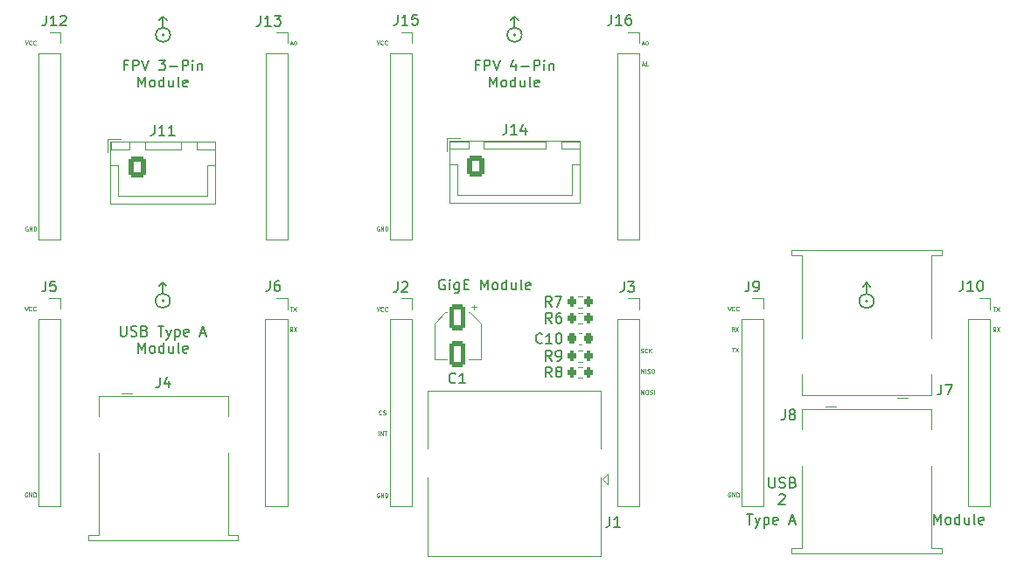
<source format=gbr>
%TF.GenerationSoftware,KiCad,Pcbnew,7.0.7*%
%TF.CreationDate,2023-10-06T18:16:36-06:00*%
%TF.ProjectId,Modular_Interfaces,4d6f6475-6c61-4725-9f49-6e7465726661,rev?*%
%TF.SameCoordinates,Original*%
%TF.FileFunction,Legend,Top*%
%TF.FilePolarity,Positive*%
%FSLAX46Y46*%
G04 Gerber Fmt 4.6, Leading zero omitted, Abs format (unit mm)*
G04 Created by KiCad (PCBNEW 7.0.7) date 2023-10-06 18:16:36*
%MOMM*%
%LPD*%
G01*
G04 APERTURE LIST*
G04 Aperture macros list*
%AMRoundRect*
0 Rectangle with rounded corners*
0 $1 Rounding radius*
0 $2 $3 $4 $5 $6 $7 $8 $9 X,Y pos of 4 corners*
0 Add a 4 corners polygon primitive as box body*
4,1,4,$2,$3,$4,$5,$6,$7,$8,$9,$2,$3,0*
0 Add four circle primitives for the rounded corners*
1,1,$1+$1,$2,$3*
1,1,$1+$1,$4,$5*
1,1,$1+$1,$6,$7*
1,1,$1+$1,$8,$9*
0 Add four rect primitives between the rounded corners*
20,1,$1+$1,$2,$3,$4,$5,0*
20,1,$1+$1,$4,$5,$6,$7,0*
20,1,$1+$1,$6,$7,$8,$9,0*
20,1,$1+$1,$8,$9,$2,$3,0*%
G04 Aperture macros list end*
%ADD10C,0.100000*%
%ADD11C,0.150000*%
%ADD12C,0.120000*%
%ADD13R,1.350000X1.350000*%
%ADD14O,1.350000X1.350000*%
%ADD15RoundRect,0.250000X-0.600000X-0.725000X0.600000X-0.725000X0.600000X0.725000X-0.600000X0.725000X0*%
%ADD16O,1.700000X1.950000*%
%ADD17RoundRect,0.200000X-0.200000X-0.275000X0.200000X-0.275000X0.200000X0.275000X-0.200000X0.275000X0*%
%ADD18RoundRect,0.250000X-0.550000X1.050000X-0.550000X-1.050000X0.550000X-1.050000X0.550000X1.050000X0*%
%ADD19R,1.600000X1.600000*%
%ADD20C,1.600000*%
%ADD21C,3.000000*%
%ADD22C,3.250000*%
%ADD23R,1.500000X1.500000*%
%ADD24C,1.500000*%
%ADD25C,2.300000*%
%ADD26RoundRect,0.225000X-0.225000X-0.250000X0.225000X-0.250000X0.225000X0.250000X-0.225000X0.250000X0*%
G04 APERTURE END LIST*
D10*
X100695437Y-51229695D02*
X100657342Y-51210647D01*
X100657342Y-51210647D02*
X100600199Y-51210647D01*
X100600199Y-51210647D02*
X100543056Y-51229695D01*
X100543056Y-51229695D02*
X100504961Y-51267790D01*
X100504961Y-51267790D02*
X100485914Y-51305885D01*
X100485914Y-51305885D02*
X100466866Y-51382076D01*
X100466866Y-51382076D02*
X100466866Y-51439219D01*
X100466866Y-51439219D02*
X100485914Y-51515409D01*
X100485914Y-51515409D02*
X100504961Y-51553504D01*
X100504961Y-51553504D02*
X100543056Y-51591600D01*
X100543056Y-51591600D02*
X100600199Y-51610647D01*
X100600199Y-51610647D02*
X100638295Y-51610647D01*
X100638295Y-51610647D02*
X100695437Y-51591600D01*
X100695437Y-51591600D02*
X100714485Y-51572552D01*
X100714485Y-51572552D02*
X100714485Y-51439219D01*
X100714485Y-51439219D02*
X100638295Y-51439219D01*
X100885914Y-51610647D02*
X100885914Y-51210647D01*
X100885914Y-51210647D02*
X101114485Y-51610647D01*
X101114485Y-51610647D02*
X101114485Y-51210647D01*
X101304962Y-51610647D02*
X101304962Y-51210647D01*
X101304962Y-51210647D02*
X101400200Y-51210647D01*
X101400200Y-51210647D02*
X101457343Y-51229695D01*
X101457343Y-51229695D02*
X101495438Y-51267790D01*
X101495438Y-51267790D02*
X101514485Y-51305885D01*
X101514485Y-51305885D02*
X101533533Y-51382076D01*
X101533533Y-51382076D02*
X101533533Y-51439219D01*
X101533533Y-51439219D02*
X101514485Y-51515409D01*
X101514485Y-51515409D02*
X101495438Y-51553504D01*
X101495438Y-51553504D02*
X101457343Y-51591600D01*
X101457343Y-51591600D02*
X101400200Y-51610647D01*
X101400200Y-51610647D02*
X101304962Y-51610647D01*
X126154286Y-35495561D02*
X126344762Y-35495561D01*
X126116191Y-35609847D02*
X126249524Y-35209847D01*
X126249524Y-35209847D02*
X126382857Y-35609847D01*
X126725714Y-35609847D02*
X126497143Y-35609847D01*
X126611429Y-35609847D02*
X126611429Y-35209847D01*
X126611429Y-35209847D02*
X126573333Y-35266990D01*
X126573333Y-35266990D02*
X126535238Y-35305085D01*
X126535238Y-35305085D02*
X126497143Y-35324133D01*
X126154486Y-33496361D02*
X126344962Y-33496361D01*
X126116391Y-33610647D02*
X126249724Y-33210647D01*
X126249724Y-33210647D02*
X126383057Y-33610647D01*
X126592581Y-33210647D02*
X126630676Y-33210647D01*
X126630676Y-33210647D02*
X126668772Y-33229695D01*
X126668772Y-33229695D02*
X126687819Y-33248742D01*
X126687819Y-33248742D02*
X126706867Y-33286838D01*
X126706867Y-33286838D02*
X126725914Y-33363028D01*
X126725914Y-33363028D02*
X126725914Y-33458266D01*
X126725914Y-33458266D02*
X126706867Y-33534457D01*
X126706867Y-33534457D02*
X126687819Y-33572552D01*
X126687819Y-33572552D02*
X126668772Y-33591600D01*
X126668772Y-33591600D02*
X126630676Y-33610647D01*
X126630676Y-33610647D02*
X126592581Y-33610647D01*
X126592581Y-33610647D02*
X126554486Y-33591600D01*
X126554486Y-33591600D02*
X126535438Y-33572552D01*
X126535438Y-33572552D02*
X126516391Y-33534457D01*
X126516391Y-33534457D02*
X126497343Y-33458266D01*
X126497343Y-33458266D02*
X126497343Y-33363028D01*
X126497343Y-33363028D02*
X126516391Y-33286838D01*
X126516391Y-33286838D02*
X126535438Y-33248742D01*
X126535438Y-33248742D02*
X126554486Y-33229695D01*
X126554486Y-33229695D02*
X126592581Y-33210647D01*
D11*
X110360619Y-35544809D02*
X110027286Y-35544809D01*
X110027286Y-36068619D02*
X110027286Y-35068619D01*
X110027286Y-35068619D02*
X110503476Y-35068619D01*
X110884429Y-36068619D02*
X110884429Y-35068619D01*
X110884429Y-35068619D02*
X111265381Y-35068619D01*
X111265381Y-35068619D02*
X111360619Y-35116238D01*
X111360619Y-35116238D02*
X111408238Y-35163857D01*
X111408238Y-35163857D02*
X111455857Y-35259095D01*
X111455857Y-35259095D02*
X111455857Y-35401952D01*
X111455857Y-35401952D02*
X111408238Y-35497190D01*
X111408238Y-35497190D02*
X111360619Y-35544809D01*
X111360619Y-35544809D02*
X111265381Y-35592428D01*
X111265381Y-35592428D02*
X110884429Y-35592428D01*
X111741572Y-35068619D02*
X112074905Y-36068619D01*
X112074905Y-36068619D02*
X112408238Y-35068619D01*
X113932048Y-35401952D02*
X113932048Y-36068619D01*
X113693953Y-35021000D02*
X113455858Y-35735285D01*
X113455858Y-35735285D02*
X114074905Y-35735285D01*
X114455858Y-35687666D02*
X115217763Y-35687666D01*
X115693953Y-36068619D02*
X115693953Y-35068619D01*
X115693953Y-35068619D02*
X116074905Y-35068619D01*
X116074905Y-35068619D02*
X116170143Y-35116238D01*
X116170143Y-35116238D02*
X116217762Y-35163857D01*
X116217762Y-35163857D02*
X116265381Y-35259095D01*
X116265381Y-35259095D02*
X116265381Y-35401952D01*
X116265381Y-35401952D02*
X116217762Y-35497190D01*
X116217762Y-35497190D02*
X116170143Y-35544809D01*
X116170143Y-35544809D02*
X116074905Y-35592428D01*
X116074905Y-35592428D02*
X115693953Y-35592428D01*
X116693953Y-36068619D02*
X116693953Y-35401952D01*
X116693953Y-35068619D02*
X116646334Y-35116238D01*
X116646334Y-35116238D02*
X116693953Y-35163857D01*
X116693953Y-35163857D02*
X116741572Y-35116238D01*
X116741572Y-35116238D02*
X116693953Y-35068619D01*
X116693953Y-35068619D02*
X116693953Y-35163857D01*
X117170143Y-35401952D02*
X117170143Y-36068619D01*
X117170143Y-35497190D02*
X117217762Y-35449571D01*
X117217762Y-35449571D02*
X117313000Y-35401952D01*
X117313000Y-35401952D02*
X117455857Y-35401952D01*
X117455857Y-35401952D02*
X117551095Y-35449571D01*
X117551095Y-35449571D02*
X117598714Y-35544809D01*
X117598714Y-35544809D02*
X117598714Y-36068619D01*
X111432047Y-37678619D02*
X111432047Y-36678619D01*
X111432047Y-36678619D02*
X111765380Y-37392904D01*
X111765380Y-37392904D02*
X112098713Y-36678619D01*
X112098713Y-36678619D02*
X112098713Y-37678619D01*
X112717761Y-37678619D02*
X112622523Y-37631000D01*
X112622523Y-37631000D02*
X112574904Y-37583380D01*
X112574904Y-37583380D02*
X112527285Y-37488142D01*
X112527285Y-37488142D02*
X112527285Y-37202428D01*
X112527285Y-37202428D02*
X112574904Y-37107190D01*
X112574904Y-37107190D02*
X112622523Y-37059571D01*
X112622523Y-37059571D02*
X112717761Y-37011952D01*
X112717761Y-37011952D02*
X112860618Y-37011952D01*
X112860618Y-37011952D02*
X112955856Y-37059571D01*
X112955856Y-37059571D02*
X113003475Y-37107190D01*
X113003475Y-37107190D02*
X113051094Y-37202428D01*
X113051094Y-37202428D02*
X113051094Y-37488142D01*
X113051094Y-37488142D02*
X113003475Y-37583380D01*
X113003475Y-37583380D02*
X112955856Y-37631000D01*
X112955856Y-37631000D02*
X112860618Y-37678619D01*
X112860618Y-37678619D02*
X112717761Y-37678619D01*
X113908237Y-37678619D02*
X113908237Y-36678619D01*
X113908237Y-37631000D02*
X113812999Y-37678619D01*
X113812999Y-37678619D02*
X113622523Y-37678619D01*
X113622523Y-37678619D02*
X113527285Y-37631000D01*
X113527285Y-37631000D02*
X113479666Y-37583380D01*
X113479666Y-37583380D02*
X113432047Y-37488142D01*
X113432047Y-37488142D02*
X113432047Y-37202428D01*
X113432047Y-37202428D02*
X113479666Y-37107190D01*
X113479666Y-37107190D02*
X113527285Y-37059571D01*
X113527285Y-37059571D02*
X113622523Y-37011952D01*
X113622523Y-37011952D02*
X113812999Y-37011952D01*
X113812999Y-37011952D02*
X113908237Y-37059571D01*
X114812999Y-37011952D02*
X114812999Y-37678619D01*
X114384428Y-37011952D02*
X114384428Y-37535761D01*
X114384428Y-37535761D02*
X114432047Y-37631000D01*
X114432047Y-37631000D02*
X114527285Y-37678619D01*
X114527285Y-37678619D02*
X114670142Y-37678619D01*
X114670142Y-37678619D02*
X114765380Y-37631000D01*
X114765380Y-37631000D02*
X114812999Y-37583380D01*
X115432047Y-37678619D02*
X115336809Y-37631000D01*
X115336809Y-37631000D02*
X115289190Y-37535761D01*
X115289190Y-37535761D02*
X115289190Y-36678619D01*
X116193952Y-37631000D02*
X116098714Y-37678619D01*
X116098714Y-37678619D02*
X115908238Y-37678619D01*
X115908238Y-37678619D02*
X115813000Y-37631000D01*
X115813000Y-37631000D02*
X115765381Y-37535761D01*
X115765381Y-37535761D02*
X115765381Y-37154809D01*
X115765381Y-37154809D02*
X115813000Y-37059571D01*
X115813000Y-37059571D02*
X115908238Y-37011952D01*
X115908238Y-37011952D02*
X116098714Y-37011952D01*
X116098714Y-37011952D02*
X116193952Y-37059571D01*
X116193952Y-37059571D02*
X116241571Y-37154809D01*
X116241571Y-37154809D02*
X116241571Y-37250047D01*
X116241571Y-37250047D02*
X115765381Y-37345285D01*
D10*
X100466867Y-33190647D02*
X100600200Y-33590647D01*
X100600200Y-33590647D02*
X100733533Y-33190647D01*
X101095438Y-33552552D02*
X101076390Y-33571600D01*
X101076390Y-33571600D02*
X101019248Y-33590647D01*
X101019248Y-33590647D02*
X100981152Y-33590647D01*
X100981152Y-33590647D02*
X100924009Y-33571600D01*
X100924009Y-33571600D02*
X100885914Y-33533504D01*
X100885914Y-33533504D02*
X100866867Y-33495409D01*
X100866867Y-33495409D02*
X100847819Y-33419219D01*
X100847819Y-33419219D02*
X100847819Y-33362076D01*
X100847819Y-33362076D02*
X100866867Y-33285885D01*
X100866867Y-33285885D02*
X100885914Y-33247790D01*
X100885914Y-33247790D02*
X100924009Y-33209695D01*
X100924009Y-33209695D02*
X100981152Y-33190647D01*
X100981152Y-33190647D02*
X101019248Y-33190647D01*
X101019248Y-33190647D02*
X101076390Y-33209695D01*
X101076390Y-33209695D02*
X101095438Y-33228742D01*
X101495438Y-33552552D02*
X101476390Y-33571600D01*
X101476390Y-33571600D02*
X101419248Y-33590647D01*
X101419248Y-33590647D02*
X101381152Y-33590647D01*
X101381152Y-33590647D02*
X101324009Y-33571600D01*
X101324009Y-33571600D02*
X101285914Y-33533504D01*
X101285914Y-33533504D02*
X101266867Y-33495409D01*
X101266867Y-33495409D02*
X101247819Y-33419219D01*
X101247819Y-33419219D02*
X101247819Y-33362076D01*
X101247819Y-33362076D02*
X101266867Y-33285885D01*
X101266867Y-33285885D02*
X101285914Y-33247790D01*
X101285914Y-33247790D02*
X101324009Y-33209695D01*
X101324009Y-33209695D02*
X101381152Y-33190647D01*
X101381152Y-33190647D02*
X101419248Y-33190647D01*
X101419248Y-33190647D02*
X101476390Y-33209695D01*
X101476390Y-33209695D02*
X101495438Y-33228742D01*
X100473952Y-58999847D02*
X100607285Y-59399847D01*
X100607285Y-59399847D02*
X100740618Y-58999847D01*
X101102523Y-59361752D02*
X101083475Y-59380800D01*
X101083475Y-59380800D02*
X101026333Y-59399847D01*
X101026333Y-59399847D02*
X100988237Y-59399847D01*
X100988237Y-59399847D02*
X100931094Y-59380800D01*
X100931094Y-59380800D02*
X100892999Y-59342704D01*
X100892999Y-59342704D02*
X100873952Y-59304609D01*
X100873952Y-59304609D02*
X100854904Y-59228419D01*
X100854904Y-59228419D02*
X100854904Y-59171276D01*
X100854904Y-59171276D02*
X100873952Y-59095085D01*
X100873952Y-59095085D02*
X100892999Y-59056990D01*
X100892999Y-59056990D02*
X100931094Y-59018895D01*
X100931094Y-59018895D02*
X100988237Y-58999847D01*
X100988237Y-58999847D02*
X101026333Y-58999847D01*
X101026333Y-58999847D02*
X101083475Y-59018895D01*
X101083475Y-59018895D02*
X101102523Y-59037942D01*
X101502523Y-59361752D02*
X101483475Y-59380800D01*
X101483475Y-59380800D02*
X101426333Y-59399847D01*
X101426333Y-59399847D02*
X101388237Y-59399847D01*
X101388237Y-59399847D02*
X101331094Y-59380800D01*
X101331094Y-59380800D02*
X101292999Y-59342704D01*
X101292999Y-59342704D02*
X101273952Y-59304609D01*
X101273952Y-59304609D02*
X101254904Y-59228419D01*
X101254904Y-59228419D02*
X101254904Y-59171276D01*
X101254904Y-59171276D02*
X101273952Y-59095085D01*
X101273952Y-59095085D02*
X101292999Y-59056990D01*
X101292999Y-59056990D02*
X101331094Y-59018895D01*
X101331094Y-59018895D02*
X101388237Y-58999847D01*
X101388237Y-58999847D02*
X101426333Y-58999847D01*
X101426333Y-58999847D02*
X101483475Y-59018895D01*
X101483475Y-59018895D02*
X101502523Y-59037942D01*
D11*
X136319350Y-79043620D02*
X136890778Y-79043620D01*
X136605064Y-80043620D02*
X136605064Y-79043620D01*
X137128874Y-79376953D02*
X137366969Y-80043620D01*
X137605064Y-79376953D02*
X137366969Y-80043620D01*
X137366969Y-80043620D02*
X137271731Y-80281715D01*
X137271731Y-80281715D02*
X137224112Y-80329334D01*
X137224112Y-80329334D02*
X137128874Y-80376953D01*
X137986017Y-79376953D02*
X137986017Y-80376953D01*
X137986017Y-79424572D02*
X138081255Y-79376953D01*
X138081255Y-79376953D02*
X138271731Y-79376953D01*
X138271731Y-79376953D02*
X138366969Y-79424572D01*
X138366969Y-79424572D02*
X138414588Y-79472191D01*
X138414588Y-79472191D02*
X138462207Y-79567429D01*
X138462207Y-79567429D02*
X138462207Y-79853143D01*
X138462207Y-79853143D02*
X138414588Y-79948381D01*
X138414588Y-79948381D02*
X138366969Y-79996001D01*
X138366969Y-79996001D02*
X138271731Y-80043620D01*
X138271731Y-80043620D02*
X138081255Y-80043620D01*
X138081255Y-80043620D02*
X137986017Y-79996001D01*
X139271731Y-79996001D02*
X139176493Y-80043620D01*
X139176493Y-80043620D02*
X138986017Y-80043620D01*
X138986017Y-80043620D02*
X138890779Y-79996001D01*
X138890779Y-79996001D02*
X138843160Y-79900762D01*
X138843160Y-79900762D02*
X138843160Y-79519810D01*
X138843160Y-79519810D02*
X138890779Y-79424572D01*
X138890779Y-79424572D02*
X138986017Y-79376953D01*
X138986017Y-79376953D02*
X139176493Y-79376953D01*
X139176493Y-79376953D02*
X139271731Y-79424572D01*
X139271731Y-79424572D02*
X139319350Y-79519810D01*
X139319350Y-79519810D02*
X139319350Y-79615048D01*
X139319350Y-79615048D02*
X138843160Y-79710286D01*
X140462208Y-79757905D02*
X140938398Y-79757905D01*
X140366970Y-80043620D02*
X140700303Y-79043620D01*
X140700303Y-79043620D02*
X141033636Y-80043620D01*
X76330619Y-35544809D02*
X75997286Y-35544809D01*
X75997286Y-36068619D02*
X75997286Y-35068619D01*
X75997286Y-35068619D02*
X76473476Y-35068619D01*
X76854429Y-36068619D02*
X76854429Y-35068619D01*
X76854429Y-35068619D02*
X77235381Y-35068619D01*
X77235381Y-35068619D02*
X77330619Y-35116238D01*
X77330619Y-35116238D02*
X77378238Y-35163857D01*
X77378238Y-35163857D02*
X77425857Y-35259095D01*
X77425857Y-35259095D02*
X77425857Y-35401952D01*
X77425857Y-35401952D02*
X77378238Y-35497190D01*
X77378238Y-35497190D02*
X77330619Y-35544809D01*
X77330619Y-35544809D02*
X77235381Y-35592428D01*
X77235381Y-35592428D02*
X76854429Y-35592428D01*
X77711572Y-35068619D02*
X78044905Y-36068619D01*
X78044905Y-36068619D02*
X78378238Y-35068619D01*
X79378239Y-35068619D02*
X79997286Y-35068619D01*
X79997286Y-35068619D02*
X79663953Y-35449571D01*
X79663953Y-35449571D02*
X79806810Y-35449571D01*
X79806810Y-35449571D02*
X79902048Y-35497190D01*
X79902048Y-35497190D02*
X79949667Y-35544809D01*
X79949667Y-35544809D02*
X79997286Y-35640047D01*
X79997286Y-35640047D02*
X79997286Y-35878142D01*
X79997286Y-35878142D02*
X79949667Y-35973380D01*
X79949667Y-35973380D02*
X79902048Y-36021000D01*
X79902048Y-36021000D02*
X79806810Y-36068619D01*
X79806810Y-36068619D02*
X79521096Y-36068619D01*
X79521096Y-36068619D02*
X79425858Y-36021000D01*
X79425858Y-36021000D02*
X79378239Y-35973380D01*
X80425858Y-35687666D02*
X81187763Y-35687666D01*
X81663953Y-36068619D02*
X81663953Y-35068619D01*
X81663953Y-35068619D02*
X82044905Y-35068619D01*
X82044905Y-35068619D02*
X82140143Y-35116238D01*
X82140143Y-35116238D02*
X82187762Y-35163857D01*
X82187762Y-35163857D02*
X82235381Y-35259095D01*
X82235381Y-35259095D02*
X82235381Y-35401952D01*
X82235381Y-35401952D02*
X82187762Y-35497190D01*
X82187762Y-35497190D02*
X82140143Y-35544809D01*
X82140143Y-35544809D02*
X82044905Y-35592428D01*
X82044905Y-35592428D02*
X81663953Y-35592428D01*
X82663953Y-36068619D02*
X82663953Y-35401952D01*
X82663953Y-35068619D02*
X82616334Y-35116238D01*
X82616334Y-35116238D02*
X82663953Y-35163857D01*
X82663953Y-35163857D02*
X82711572Y-35116238D01*
X82711572Y-35116238D02*
X82663953Y-35068619D01*
X82663953Y-35068619D02*
X82663953Y-35163857D01*
X83140143Y-35401952D02*
X83140143Y-36068619D01*
X83140143Y-35497190D02*
X83187762Y-35449571D01*
X83187762Y-35449571D02*
X83283000Y-35401952D01*
X83283000Y-35401952D02*
X83425857Y-35401952D01*
X83425857Y-35401952D02*
X83521095Y-35449571D01*
X83521095Y-35449571D02*
X83568714Y-35544809D01*
X83568714Y-35544809D02*
X83568714Y-36068619D01*
X77402047Y-37678619D02*
X77402047Y-36678619D01*
X77402047Y-36678619D02*
X77735380Y-37392904D01*
X77735380Y-37392904D02*
X78068713Y-36678619D01*
X78068713Y-36678619D02*
X78068713Y-37678619D01*
X78687761Y-37678619D02*
X78592523Y-37631000D01*
X78592523Y-37631000D02*
X78544904Y-37583380D01*
X78544904Y-37583380D02*
X78497285Y-37488142D01*
X78497285Y-37488142D02*
X78497285Y-37202428D01*
X78497285Y-37202428D02*
X78544904Y-37107190D01*
X78544904Y-37107190D02*
X78592523Y-37059571D01*
X78592523Y-37059571D02*
X78687761Y-37011952D01*
X78687761Y-37011952D02*
X78830618Y-37011952D01*
X78830618Y-37011952D02*
X78925856Y-37059571D01*
X78925856Y-37059571D02*
X78973475Y-37107190D01*
X78973475Y-37107190D02*
X79021094Y-37202428D01*
X79021094Y-37202428D02*
X79021094Y-37488142D01*
X79021094Y-37488142D02*
X78973475Y-37583380D01*
X78973475Y-37583380D02*
X78925856Y-37631000D01*
X78925856Y-37631000D02*
X78830618Y-37678619D01*
X78830618Y-37678619D02*
X78687761Y-37678619D01*
X79878237Y-37678619D02*
X79878237Y-36678619D01*
X79878237Y-37631000D02*
X79782999Y-37678619D01*
X79782999Y-37678619D02*
X79592523Y-37678619D01*
X79592523Y-37678619D02*
X79497285Y-37631000D01*
X79497285Y-37631000D02*
X79449666Y-37583380D01*
X79449666Y-37583380D02*
X79402047Y-37488142D01*
X79402047Y-37488142D02*
X79402047Y-37202428D01*
X79402047Y-37202428D02*
X79449666Y-37107190D01*
X79449666Y-37107190D02*
X79497285Y-37059571D01*
X79497285Y-37059571D02*
X79592523Y-37011952D01*
X79592523Y-37011952D02*
X79782999Y-37011952D01*
X79782999Y-37011952D02*
X79878237Y-37059571D01*
X80782999Y-37011952D02*
X80782999Y-37678619D01*
X80354428Y-37011952D02*
X80354428Y-37535761D01*
X80354428Y-37535761D02*
X80402047Y-37631000D01*
X80402047Y-37631000D02*
X80497285Y-37678619D01*
X80497285Y-37678619D02*
X80640142Y-37678619D01*
X80640142Y-37678619D02*
X80735380Y-37631000D01*
X80735380Y-37631000D02*
X80782999Y-37583380D01*
X81402047Y-37678619D02*
X81306809Y-37631000D01*
X81306809Y-37631000D02*
X81259190Y-37535761D01*
X81259190Y-37535761D02*
X81259190Y-36678619D01*
X82163952Y-37631000D02*
X82068714Y-37678619D01*
X82068714Y-37678619D02*
X81878238Y-37678619D01*
X81878238Y-37678619D02*
X81783000Y-37631000D01*
X81783000Y-37631000D02*
X81735381Y-37535761D01*
X81735381Y-37535761D02*
X81735381Y-37154809D01*
X81735381Y-37154809D02*
X81783000Y-37059571D01*
X81783000Y-37059571D02*
X81878238Y-37011952D01*
X81878238Y-37011952D02*
X82068714Y-37011952D01*
X82068714Y-37011952D02*
X82163952Y-37059571D01*
X82163952Y-37059571D02*
X82211571Y-37154809D01*
X82211571Y-37154809D02*
X82211571Y-37250047D01*
X82211571Y-37250047D02*
X81735381Y-37345285D01*
D10*
X160151931Y-58969448D02*
X160380502Y-58969448D01*
X160266216Y-59369448D02*
X160266216Y-58969448D01*
X160475740Y-58969448D02*
X160742407Y-59369448D01*
X160742407Y-58969448D02*
X160475740Y-59369448D01*
X160390026Y-61359448D02*
X160256693Y-61168972D01*
X160161455Y-61359448D02*
X160161455Y-60959448D01*
X160161455Y-60959448D02*
X160313836Y-60959448D01*
X160313836Y-60959448D02*
X160351931Y-60978496D01*
X160351931Y-60978496D02*
X160370978Y-60997543D01*
X160370978Y-60997543D02*
X160390026Y-61035639D01*
X160390026Y-61035639D02*
X160390026Y-61092781D01*
X160390026Y-61092781D02*
X160370978Y-61130877D01*
X160370978Y-61130877D02*
X160351931Y-61149924D01*
X160351931Y-61149924D02*
X160313836Y-61168972D01*
X160313836Y-61168972D02*
X160161455Y-61168972D01*
X160523359Y-60959448D02*
X160790026Y-61359448D01*
X160790026Y-60959448D02*
X160523359Y-61359448D01*
X134483360Y-58949448D02*
X134616693Y-59349448D01*
X134616693Y-59349448D02*
X134750026Y-58949448D01*
X135111931Y-59311353D02*
X135092883Y-59330401D01*
X135092883Y-59330401D02*
X135035741Y-59349448D01*
X135035741Y-59349448D02*
X134997645Y-59349448D01*
X134997645Y-59349448D02*
X134940502Y-59330401D01*
X134940502Y-59330401D02*
X134902407Y-59292305D01*
X134902407Y-59292305D02*
X134883360Y-59254210D01*
X134883360Y-59254210D02*
X134864312Y-59178020D01*
X134864312Y-59178020D02*
X134864312Y-59120877D01*
X134864312Y-59120877D02*
X134883360Y-59044686D01*
X134883360Y-59044686D02*
X134902407Y-59006591D01*
X134902407Y-59006591D02*
X134940502Y-58968496D01*
X134940502Y-58968496D02*
X134997645Y-58949448D01*
X134997645Y-58949448D02*
X135035741Y-58949448D01*
X135035741Y-58949448D02*
X135092883Y-58968496D01*
X135092883Y-58968496D02*
X135111931Y-58987543D01*
X135511931Y-59311353D02*
X135492883Y-59330401D01*
X135492883Y-59330401D02*
X135435741Y-59349448D01*
X135435741Y-59349448D02*
X135397645Y-59349448D01*
X135397645Y-59349448D02*
X135340502Y-59330401D01*
X135340502Y-59330401D02*
X135302407Y-59292305D01*
X135302407Y-59292305D02*
X135283360Y-59254210D01*
X135283360Y-59254210D02*
X135264312Y-59178020D01*
X135264312Y-59178020D02*
X135264312Y-59120877D01*
X135264312Y-59120877D02*
X135283360Y-59044686D01*
X135283360Y-59044686D02*
X135302407Y-59006591D01*
X135302407Y-59006591D02*
X135340502Y-58968496D01*
X135340502Y-58968496D02*
X135397645Y-58949448D01*
X135397645Y-58949448D02*
X135435741Y-58949448D01*
X135435741Y-58949448D02*
X135492883Y-58968496D01*
X135492883Y-58968496D02*
X135511931Y-58987543D01*
D11*
X75667761Y-60828619D02*
X75667761Y-61638142D01*
X75667761Y-61638142D02*
X75715380Y-61733380D01*
X75715380Y-61733380D02*
X75762999Y-61781000D01*
X75762999Y-61781000D02*
X75858237Y-61828619D01*
X75858237Y-61828619D02*
X76048713Y-61828619D01*
X76048713Y-61828619D02*
X76143951Y-61781000D01*
X76143951Y-61781000D02*
X76191570Y-61733380D01*
X76191570Y-61733380D02*
X76239189Y-61638142D01*
X76239189Y-61638142D02*
X76239189Y-60828619D01*
X76667761Y-61781000D02*
X76810618Y-61828619D01*
X76810618Y-61828619D02*
X77048713Y-61828619D01*
X77048713Y-61828619D02*
X77143951Y-61781000D01*
X77143951Y-61781000D02*
X77191570Y-61733380D01*
X77191570Y-61733380D02*
X77239189Y-61638142D01*
X77239189Y-61638142D02*
X77239189Y-61542904D01*
X77239189Y-61542904D02*
X77191570Y-61447666D01*
X77191570Y-61447666D02*
X77143951Y-61400047D01*
X77143951Y-61400047D02*
X77048713Y-61352428D01*
X77048713Y-61352428D02*
X76858237Y-61304809D01*
X76858237Y-61304809D02*
X76762999Y-61257190D01*
X76762999Y-61257190D02*
X76715380Y-61209571D01*
X76715380Y-61209571D02*
X76667761Y-61114333D01*
X76667761Y-61114333D02*
X76667761Y-61019095D01*
X76667761Y-61019095D02*
X76715380Y-60923857D01*
X76715380Y-60923857D02*
X76762999Y-60876238D01*
X76762999Y-60876238D02*
X76858237Y-60828619D01*
X76858237Y-60828619D02*
X77096332Y-60828619D01*
X77096332Y-60828619D02*
X77239189Y-60876238D01*
X78001094Y-61304809D02*
X78143951Y-61352428D01*
X78143951Y-61352428D02*
X78191570Y-61400047D01*
X78191570Y-61400047D02*
X78239189Y-61495285D01*
X78239189Y-61495285D02*
X78239189Y-61638142D01*
X78239189Y-61638142D02*
X78191570Y-61733380D01*
X78191570Y-61733380D02*
X78143951Y-61781000D01*
X78143951Y-61781000D02*
X78048713Y-61828619D01*
X78048713Y-61828619D02*
X77667761Y-61828619D01*
X77667761Y-61828619D02*
X77667761Y-60828619D01*
X77667761Y-60828619D02*
X78001094Y-60828619D01*
X78001094Y-60828619D02*
X78096332Y-60876238D01*
X78096332Y-60876238D02*
X78143951Y-60923857D01*
X78143951Y-60923857D02*
X78191570Y-61019095D01*
X78191570Y-61019095D02*
X78191570Y-61114333D01*
X78191570Y-61114333D02*
X78143951Y-61209571D01*
X78143951Y-61209571D02*
X78096332Y-61257190D01*
X78096332Y-61257190D02*
X78001094Y-61304809D01*
X78001094Y-61304809D02*
X77667761Y-61304809D01*
X79286809Y-60828619D02*
X79858237Y-60828619D01*
X79572523Y-61828619D02*
X79572523Y-60828619D01*
X80096333Y-61161952D02*
X80334428Y-61828619D01*
X80572523Y-61161952D02*
X80334428Y-61828619D01*
X80334428Y-61828619D02*
X80239190Y-62066714D01*
X80239190Y-62066714D02*
X80191571Y-62114333D01*
X80191571Y-62114333D02*
X80096333Y-62161952D01*
X80953476Y-61161952D02*
X80953476Y-62161952D01*
X80953476Y-61209571D02*
X81048714Y-61161952D01*
X81048714Y-61161952D02*
X81239190Y-61161952D01*
X81239190Y-61161952D02*
X81334428Y-61209571D01*
X81334428Y-61209571D02*
X81382047Y-61257190D01*
X81382047Y-61257190D02*
X81429666Y-61352428D01*
X81429666Y-61352428D02*
X81429666Y-61638142D01*
X81429666Y-61638142D02*
X81382047Y-61733380D01*
X81382047Y-61733380D02*
X81334428Y-61781000D01*
X81334428Y-61781000D02*
X81239190Y-61828619D01*
X81239190Y-61828619D02*
X81048714Y-61828619D01*
X81048714Y-61828619D02*
X80953476Y-61781000D01*
X82239190Y-61781000D02*
X82143952Y-61828619D01*
X82143952Y-61828619D02*
X81953476Y-61828619D01*
X81953476Y-61828619D02*
X81858238Y-61781000D01*
X81858238Y-61781000D02*
X81810619Y-61685761D01*
X81810619Y-61685761D02*
X81810619Y-61304809D01*
X81810619Y-61304809D02*
X81858238Y-61209571D01*
X81858238Y-61209571D02*
X81953476Y-61161952D01*
X81953476Y-61161952D02*
X82143952Y-61161952D01*
X82143952Y-61161952D02*
X82239190Y-61209571D01*
X82239190Y-61209571D02*
X82286809Y-61304809D01*
X82286809Y-61304809D02*
X82286809Y-61400047D01*
X82286809Y-61400047D02*
X81810619Y-61495285D01*
X83429667Y-61542904D02*
X83905857Y-61542904D01*
X83334429Y-61828619D02*
X83667762Y-60828619D01*
X83667762Y-60828619D02*
X84001095Y-61828619D01*
X77382047Y-63438619D02*
X77382047Y-62438619D01*
X77382047Y-62438619D02*
X77715380Y-63152904D01*
X77715380Y-63152904D02*
X78048713Y-62438619D01*
X78048713Y-62438619D02*
X78048713Y-63438619D01*
X78667761Y-63438619D02*
X78572523Y-63391000D01*
X78572523Y-63391000D02*
X78524904Y-63343380D01*
X78524904Y-63343380D02*
X78477285Y-63248142D01*
X78477285Y-63248142D02*
X78477285Y-62962428D01*
X78477285Y-62962428D02*
X78524904Y-62867190D01*
X78524904Y-62867190D02*
X78572523Y-62819571D01*
X78572523Y-62819571D02*
X78667761Y-62771952D01*
X78667761Y-62771952D02*
X78810618Y-62771952D01*
X78810618Y-62771952D02*
X78905856Y-62819571D01*
X78905856Y-62819571D02*
X78953475Y-62867190D01*
X78953475Y-62867190D02*
X79001094Y-62962428D01*
X79001094Y-62962428D02*
X79001094Y-63248142D01*
X79001094Y-63248142D02*
X78953475Y-63343380D01*
X78953475Y-63343380D02*
X78905856Y-63391000D01*
X78905856Y-63391000D02*
X78810618Y-63438619D01*
X78810618Y-63438619D02*
X78667761Y-63438619D01*
X79858237Y-63438619D02*
X79858237Y-62438619D01*
X79858237Y-63391000D02*
X79762999Y-63438619D01*
X79762999Y-63438619D02*
X79572523Y-63438619D01*
X79572523Y-63438619D02*
X79477285Y-63391000D01*
X79477285Y-63391000D02*
X79429666Y-63343380D01*
X79429666Y-63343380D02*
X79382047Y-63248142D01*
X79382047Y-63248142D02*
X79382047Y-62962428D01*
X79382047Y-62962428D02*
X79429666Y-62867190D01*
X79429666Y-62867190D02*
X79477285Y-62819571D01*
X79477285Y-62819571D02*
X79572523Y-62771952D01*
X79572523Y-62771952D02*
X79762999Y-62771952D01*
X79762999Y-62771952D02*
X79858237Y-62819571D01*
X80762999Y-62771952D02*
X80762999Y-63438619D01*
X80334428Y-62771952D02*
X80334428Y-63295761D01*
X80334428Y-63295761D02*
X80382047Y-63391000D01*
X80382047Y-63391000D02*
X80477285Y-63438619D01*
X80477285Y-63438619D02*
X80620142Y-63438619D01*
X80620142Y-63438619D02*
X80715380Y-63391000D01*
X80715380Y-63391000D02*
X80762999Y-63343380D01*
X81382047Y-63438619D02*
X81286809Y-63391000D01*
X81286809Y-63391000D02*
X81239190Y-63295761D01*
X81239190Y-63295761D02*
X81239190Y-62438619D01*
X82143952Y-63391000D02*
X82048714Y-63438619D01*
X82048714Y-63438619D02*
X81858238Y-63438619D01*
X81858238Y-63438619D02*
X81763000Y-63391000D01*
X81763000Y-63391000D02*
X81715381Y-63295761D01*
X81715381Y-63295761D02*
X81715381Y-62914809D01*
X81715381Y-62914809D02*
X81763000Y-62819571D01*
X81763000Y-62819571D02*
X81858238Y-62771952D01*
X81858238Y-62771952D02*
X82048714Y-62771952D01*
X82048714Y-62771952D02*
X82143952Y-62819571D01*
X82143952Y-62819571D02*
X82191571Y-62914809D01*
X82191571Y-62914809D02*
X82191571Y-63010047D01*
X82191571Y-63010047D02*
X81715381Y-63105285D01*
D10*
X135099826Y-61328648D02*
X134966493Y-61138172D01*
X134871255Y-61328648D02*
X134871255Y-60928648D01*
X134871255Y-60928648D02*
X135023636Y-60928648D01*
X135023636Y-60928648D02*
X135061731Y-60947696D01*
X135061731Y-60947696D02*
X135080778Y-60966743D01*
X135080778Y-60966743D02*
X135099826Y-61004839D01*
X135099826Y-61004839D02*
X135099826Y-61061981D01*
X135099826Y-61061981D02*
X135080778Y-61100077D01*
X135080778Y-61100077D02*
X135061731Y-61119124D01*
X135061731Y-61119124D02*
X135023636Y-61138172D01*
X135023636Y-61138172D02*
X134871255Y-61138172D01*
X135233159Y-60928648D02*
X135499826Y-61328648D01*
X135499826Y-60928648D02*
X135233159Y-61328648D01*
X100702522Y-77028895D02*
X100664427Y-77009847D01*
X100664427Y-77009847D02*
X100607284Y-77009847D01*
X100607284Y-77009847D02*
X100550141Y-77028895D01*
X100550141Y-77028895D02*
X100512046Y-77066990D01*
X100512046Y-77066990D02*
X100492999Y-77105085D01*
X100492999Y-77105085D02*
X100473951Y-77181276D01*
X100473951Y-77181276D02*
X100473951Y-77238419D01*
X100473951Y-77238419D02*
X100492999Y-77314609D01*
X100492999Y-77314609D02*
X100512046Y-77352704D01*
X100512046Y-77352704D02*
X100550141Y-77390800D01*
X100550141Y-77390800D02*
X100607284Y-77409847D01*
X100607284Y-77409847D02*
X100645380Y-77409847D01*
X100645380Y-77409847D02*
X100702522Y-77390800D01*
X100702522Y-77390800D02*
X100721570Y-77371752D01*
X100721570Y-77371752D02*
X100721570Y-77238419D01*
X100721570Y-77238419D02*
X100645380Y-77238419D01*
X100892999Y-77409847D02*
X100892999Y-77009847D01*
X100892999Y-77009847D02*
X101121570Y-77409847D01*
X101121570Y-77409847D02*
X101121570Y-77009847D01*
X101312047Y-77409847D02*
X101312047Y-77009847D01*
X101312047Y-77009847D02*
X101407285Y-77009847D01*
X101407285Y-77009847D02*
X101464428Y-77028895D01*
X101464428Y-77028895D02*
X101502523Y-77066990D01*
X101502523Y-77066990D02*
X101521570Y-77105085D01*
X101521570Y-77105085D02*
X101540618Y-77181276D01*
X101540618Y-77181276D02*
X101540618Y-77238419D01*
X101540618Y-77238419D02*
X101521570Y-77314609D01*
X101521570Y-77314609D02*
X101502523Y-77352704D01*
X101502523Y-77352704D02*
X101464428Y-77390800D01*
X101464428Y-77390800D02*
X101407285Y-77409847D01*
X101407285Y-77409847D02*
X101312047Y-77409847D01*
D11*
X107066332Y-56362438D02*
X106971094Y-56314819D01*
X106971094Y-56314819D02*
X106828237Y-56314819D01*
X106828237Y-56314819D02*
X106685380Y-56362438D01*
X106685380Y-56362438D02*
X106590142Y-56457676D01*
X106590142Y-56457676D02*
X106542523Y-56552914D01*
X106542523Y-56552914D02*
X106494904Y-56743390D01*
X106494904Y-56743390D02*
X106494904Y-56886247D01*
X106494904Y-56886247D02*
X106542523Y-57076723D01*
X106542523Y-57076723D02*
X106590142Y-57171961D01*
X106590142Y-57171961D02*
X106685380Y-57267200D01*
X106685380Y-57267200D02*
X106828237Y-57314819D01*
X106828237Y-57314819D02*
X106923475Y-57314819D01*
X106923475Y-57314819D02*
X107066332Y-57267200D01*
X107066332Y-57267200D02*
X107113951Y-57219580D01*
X107113951Y-57219580D02*
X107113951Y-56886247D01*
X107113951Y-56886247D02*
X106923475Y-56886247D01*
X107542523Y-57314819D02*
X107542523Y-56648152D01*
X107542523Y-56314819D02*
X107494904Y-56362438D01*
X107494904Y-56362438D02*
X107542523Y-56410057D01*
X107542523Y-56410057D02*
X107590142Y-56362438D01*
X107590142Y-56362438D02*
X107542523Y-56314819D01*
X107542523Y-56314819D02*
X107542523Y-56410057D01*
X108447284Y-56648152D02*
X108447284Y-57457676D01*
X108447284Y-57457676D02*
X108399665Y-57552914D01*
X108399665Y-57552914D02*
X108352046Y-57600533D01*
X108352046Y-57600533D02*
X108256808Y-57648152D01*
X108256808Y-57648152D02*
X108113951Y-57648152D01*
X108113951Y-57648152D02*
X108018713Y-57600533D01*
X108447284Y-57267200D02*
X108352046Y-57314819D01*
X108352046Y-57314819D02*
X108161570Y-57314819D01*
X108161570Y-57314819D02*
X108066332Y-57267200D01*
X108066332Y-57267200D02*
X108018713Y-57219580D01*
X108018713Y-57219580D02*
X107971094Y-57124342D01*
X107971094Y-57124342D02*
X107971094Y-56838628D01*
X107971094Y-56838628D02*
X108018713Y-56743390D01*
X108018713Y-56743390D02*
X108066332Y-56695771D01*
X108066332Y-56695771D02*
X108161570Y-56648152D01*
X108161570Y-56648152D02*
X108352046Y-56648152D01*
X108352046Y-56648152D02*
X108447284Y-56695771D01*
X108923475Y-56791009D02*
X109256808Y-56791009D01*
X109399665Y-57314819D02*
X108923475Y-57314819D01*
X108923475Y-57314819D02*
X108923475Y-56314819D01*
X108923475Y-56314819D02*
X109399665Y-56314819D01*
X110590142Y-57314819D02*
X110590142Y-56314819D01*
X110590142Y-56314819D02*
X110923475Y-57029104D01*
X110923475Y-57029104D02*
X111256808Y-56314819D01*
X111256808Y-56314819D02*
X111256808Y-57314819D01*
X111875856Y-57314819D02*
X111780618Y-57267200D01*
X111780618Y-57267200D02*
X111732999Y-57219580D01*
X111732999Y-57219580D02*
X111685380Y-57124342D01*
X111685380Y-57124342D02*
X111685380Y-56838628D01*
X111685380Y-56838628D02*
X111732999Y-56743390D01*
X111732999Y-56743390D02*
X111780618Y-56695771D01*
X111780618Y-56695771D02*
X111875856Y-56648152D01*
X111875856Y-56648152D02*
X112018713Y-56648152D01*
X112018713Y-56648152D02*
X112113951Y-56695771D01*
X112113951Y-56695771D02*
X112161570Y-56743390D01*
X112161570Y-56743390D02*
X112209189Y-56838628D01*
X112209189Y-56838628D02*
X112209189Y-57124342D01*
X112209189Y-57124342D02*
X112161570Y-57219580D01*
X112161570Y-57219580D02*
X112113951Y-57267200D01*
X112113951Y-57267200D02*
X112018713Y-57314819D01*
X112018713Y-57314819D02*
X111875856Y-57314819D01*
X113066332Y-57314819D02*
X113066332Y-56314819D01*
X113066332Y-57267200D02*
X112971094Y-57314819D01*
X112971094Y-57314819D02*
X112780618Y-57314819D01*
X112780618Y-57314819D02*
X112685380Y-57267200D01*
X112685380Y-57267200D02*
X112637761Y-57219580D01*
X112637761Y-57219580D02*
X112590142Y-57124342D01*
X112590142Y-57124342D02*
X112590142Y-56838628D01*
X112590142Y-56838628D02*
X112637761Y-56743390D01*
X112637761Y-56743390D02*
X112685380Y-56695771D01*
X112685380Y-56695771D02*
X112780618Y-56648152D01*
X112780618Y-56648152D02*
X112971094Y-56648152D01*
X112971094Y-56648152D02*
X113066332Y-56695771D01*
X113971094Y-56648152D02*
X113971094Y-57314819D01*
X113542523Y-56648152D02*
X113542523Y-57171961D01*
X113542523Y-57171961D02*
X113590142Y-57267200D01*
X113590142Y-57267200D02*
X113685380Y-57314819D01*
X113685380Y-57314819D02*
X113828237Y-57314819D01*
X113828237Y-57314819D02*
X113923475Y-57267200D01*
X113923475Y-57267200D02*
X113971094Y-57219580D01*
X114590142Y-57314819D02*
X114494904Y-57267200D01*
X114494904Y-57267200D02*
X114447285Y-57171961D01*
X114447285Y-57171961D02*
X114447285Y-56314819D01*
X115352047Y-57267200D02*
X115256809Y-57314819D01*
X115256809Y-57314819D02*
X115066333Y-57314819D01*
X115066333Y-57314819D02*
X114971095Y-57267200D01*
X114971095Y-57267200D02*
X114923476Y-57171961D01*
X114923476Y-57171961D02*
X114923476Y-56791009D01*
X114923476Y-56791009D02*
X114971095Y-56695771D01*
X114971095Y-56695771D02*
X115066333Y-56648152D01*
X115066333Y-56648152D02*
X115256809Y-56648152D01*
X115256809Y-56648152D02*
X115352047Y-56695771D01*
X115352047Y-56695771D02*
X115399666Y-56791009D01*
X115399666Y-56791009D02*
X115399666Y-56886247D01*
X115399666Y-56886247D02*
X114923476Y-56981485D01*
D10*
X134711930Y-76988496D02*
X134673835Y-76969448D01*
X134673835Y-76969448D02*
X134616692Y-76969448D01*
X134616692Y-76969448D02*
X134559549Y-76988496D01*
X134559549Y-76988496D02*
X134521454Y-77026591D01*
X134521454Y-77026591D02*
X134502407Y-77064686D01*
X134502407Y-77064686D02*
X134483359Y-77140877D01*
X134483359Y-77140877D02*
X134483359Y-77198020D01*
X134483359Y-77198020D02*
X134502407Y-77274210D01*
X134502407Y-77274210D02*
X134521454Y-77312305D01*
X134521454Y-77312305D02*
X134559549Y-77350401D01*
X134559549Y-77350401D02*
X134616692Y-77369448D01*
X134616692Y-77369448D02*
X134654788Y-77369448D01*
X134654788Y-77369448D02*
X134711930Y-77350401D01*
X134711930Y-77350401D02*
X134730978Y-77331353D01*
X134730978Y-77331353D02*
X134730978Y-77198020D01*
X134730978Y-77198020D02*
X134654788Y-77198020D01*
X134902407Y-77369448D02*
X134902407Y-76969448D01*
X134902407Y-76969448D02*
X135130978Y-77369448D01*
X135130978Y-77369448D02*
X135130978Y-76969448D01*
X135321455Y-77369448D02*
X135321455Y-76969448D01*
X135321455Y-76969448D02*
X135416693Y-76969448D01*
X135416693Y-76969448D02*
X135473836Y-76988496D01*
X135473836Y-76988496D02*
X135511931Y-77026591D01*
X135511931Y-77026591D02*
X135530978Y-77064686D01*
X135530978Y-77064686D02*
X135550026Y-77140877D01*
X135550026Y-77140877D02*
X135550026Y-77198020D01*
X135550026Y-77198020D02*
X135530978Y-77274210D01*
X135530978Y-77274210D02*
X135511931Y-77312305D01*
X135511931Y-77312305D02*
X135473836Y-77350401D01*
X135473836Y-77350401D02*
X135416693Y-77369448D01*
X135416693Y-77369448D02*
X135321455Y-77369448D01*
X66416867Y-58950647D02*
X66550200Y-59350647D01*
X66550200Y-59350647D02*
X66683533Y-58950647D01*
X67045438Y-59312552D02*
X67026390Y-59331600D01*
X67026390Y-59331600D02*
X66969248Y-59350647D01*
X66969248Y-59350647D02*
X66931152Y-59350647D01*
X66931152Y-59350647D02*
X66874009Y-59331600D01*
X66874009Y-59331600D02*
X66835914Y-59293504D01*
X66835914Y-59293504D02*
X66816867Y-59255409D01*
X66816867Y-59255409D02*
X66797819Y-59179219D01*
X66797819Y-59179219D02*
X66797819Y-59122076D01*
X66797819Y-59122076D02*
X66816867Y-59045885D01*
X66816867Y-59045885D02*
X66835914Y-59007790D01*
X66835914Y-59007790D02*
X66874009Y-58969695D01*
X66874009Y-58969695D02*
X66931152Y-58950647D01*
X66931152Y-58950647D02*
X66969248Y-58950647D01*
X66969248Y-58950647D02*
X67026390Y-58969695D01*
X67026390Y-58969695D02*
X67045438Y-58988742D01*
X67445438Y-59312552D02*
X67426390Y-59331600D01*
X67426390Y-59331600D02*
X67369248Y-59350647D01*
X67369248Y-59350647D02*
X67331152Y-59350647D01*
X67331152Y-59350647D02*
X67274009Y-59331600D01*
X67274009Y-59331600D02*
X67235914Y-59293504D01*
X67235914Y-59293504D02*
X67216867Y-59255409D01*
X67216867Y-59255409D02*
X67197819Y-59179219D01*
X67197819Y-59179219D02*
X67197819Y-59122076D01*
X67197819Y-59122076D02*
X67216867Y-59045885D01*
X67216867Y-59045885D02*
X67235914Y-59007790D01*
X67235914Y-59007790D02*
X67274009Y-58969695D01*
X67274009Y-58969695D02*
X67331152Y-58950647D01*
X67331152Y-58950647D02*
X67369248Y-58950647D01*
X67369248Y-58950647D02*
X67426390Y-58969695D01*
X67426390Y-58969695D02*
X67445438Y-58988742D01*
X126062999Y-63390800D02*
X126120142Y-63409847D01*
X126120142Y-63409847D02*
X126215380Y-63409847D01*
X126215380Y-63409847D02*
X126253475Y-63390800D01*
X126253475Y-63390800D02*
X126272523Y-63371752D01*
X126272523Y-63371752D02*
X126291570Y-63333657D01*
X126291570Y-63333657D02*
X126291570Y-63295561D01*
X126291570Y-63295561D02*
X126272523Y-63257466D01*
X126272523Y-63257466D02*
X126253475Y-63238419D01*
X126253475Y-63238419D02*
X126215380Y-63219371D01*
X126215380Y-63219371D02*
X126139189Y-63200323D01*
X126139189Y-63200323D02*
X126101094Y-63181276D01*
X126101094Y-63181276D02*
X126082047Y-63162228D01*
X126082047Y-63162228D02*
X126062999Y-63124133D01*
X126062999Y-63124133D02*
X126062999Y-63086038D01*
X126062999Y-63086038D02*
X126082047Y-63047942D01*
X126082047Y-63047942D02*
X126101094Y-63028895D01*
X126101094Y-63028895D02*
X126139189Y-63009847D01*
X126139189Y-63009847D02*
X126234428Y-63009847D01*
X126234428Y-63009847D02*
X126291570Y-63028895D01*
X126691570Y-63371752D02*
X126672522Y-63390800D01*
X126672522Y-63390800D02*
X126615380Y-63409847D01*
X126615380Y-63409847D02*
X126577284Y-63409847D01*
X126577284Y-63409847D02*
X126520141Y-63390800D01*
X126520141Y-63390800D02*
X126482046Y-63352704D01*
X126482046Y-63352704D02*
X126462999Y-63314609D01*
X126462999Y-63314609D02*
X126443951Y-63238419D01*
X126443951Y-63238419D02*
X126443951Y-63181276D01*
X126443951Y-63181276D02*
X126462999Y-63105085D01*
X126462999Y-63105085D02*
X126482046Y-63066990D01*
X126482046Y-63066990D02*
X126520141Y-63028895D01*
X126520141Y-63028895D02*
X126577284Y-63009847D01*
X126577284Y-63009847D02*
X126615380Y-63009847D01*
X126615380Y-63009847D02*
X126672522Y-63028895D01*
X126672522Y-63028895D02*
X126691570Y-63047942D01*
X126862999Y-63409847D02*
X126862999Y-63009847D01*
X127091570Y-63409847D02*
X126920141Y-63181276D01*
X127091570Y-63009847D02*
X126862999Y-63238419D01*
X92124486Y-33496361D02*
X92314962Y-33496361D01*
X92086391Y-33610647D02*
X92219724Y-33210647D01*
X92219724Y-33210647D02*
X92353057Y-33610647D01*
X92562581Y-33210647D02*
X92600676Y-33210647D01*
X92600676Y-33210647D02*
X92638772Y-33229695D01*
X92638772Y-33229695D02*
X92657819Y-33248742D01*
X92657819Y-33248742D02*
X92676867Y-33286838D01*
X92676867Y-33286838D02*
X92695914Y-33363028D01*
X92695914Y-33363028D02*
X92695914Y-33458266D01*
X92695914Y-33458266D02*
X92676867Y-33534457D01*
X92676867Y-33534457D02*
X92657819Y-33572552D01*
X92657819Y-33572552D02*
X92638772Y-33591600D01*
X92638772Y-33591600D02*
X92600676Y-33610647D01*
X92600676Y-33610647D02*
X92562581Y-33610647D01*
X92562581Y-33610647D02*
X92524486Y-33591600D01*
X92524486Y-33591600D02*
X92505438Y-33572552D01*
X92505438Y-33572552D02*
X92486391Y-33534457D01*
X92486391Y-33534457D02*
X92467343Y-33458266D01*
X92467343Y-33458266D02*
X92467343Y-33363028D01*
X92467343Y-33363028D02*
X92486391Y-33286838D01*
X92486391Y-33286838D02*
X92505438Y-33248742D01*
X92505438Y-33248742D02*
X92524486Y-33229695D01*
X92524486Y-33229695D02*
X92562581Y-33210647D01*
X126068714Y-67439847D02*
X126068714Y-67039847D01*
X126068714Y-67039847D02*
X126202047Y-67325561D01*
X126202047Y-67325561D02*
X126335380Y-67039847D01*
X126335380Y-67039847D02*
X126335380Y-67439847D01*
X126602047Y-67039847D02*
X126678238Y-67039847D01*
X126678238Y-67039847D02*
X126716333Y-67058895D01*
X126716333Y-67058895D02*
X126754428Y-67096990D01*
X126754428Y-67096990D02*
X126773476Y-67173180D01*
X126773476Y-67173180D02*
X126773476Y-67306514D01*
X126773476Y-67306514D02*
X126754428Y-67382704D01*
X126754428Y-67382704D02*
X126716333Y-67420800D01*
X126716333Y-67420800D02*
X126678238Y-67439847D01*
X126678238Y-67439847D02*
X126602047Y-67439847D01*
X126602047Y-67439847D02*
X126563952Y-67420800D01*
X126563952Y-67420800D02*
X126525857Y-67382704D01*
X126525857Y-67382704D02*
X126506809Y-67306514D01*
X126506809Y-67306514D02*
X126506809Y-67173180D01*
X126506809Y-67173180D02*
X126525857Y-67096990D01*
X126525857Y-67096990D02*
X126563952Y-67058895D01*
X126563952Y-67058895D02*
X126602047Y-67039847D01*
X126925857Y-67420800D02*
X126983000Y-67439847D01*
X126983000Y-67439847D02*
X127078238Y-67439847D01*
X127078238Y-67439847D02*
X127116333Y-67420800D01*
X127116333Y-67420800D02*
X127135381Y-67401752D01*
X127135381Y-67401752D02*
X127154428Y-67363657D01*
X127154428Y-67363657D02*
X127154428Y-67325561D01*
X127154428Y-67325561D02*
X127135381Y-67287466D01*
X127135381Y-67287466D02*
X127116333Y-67268419D01*
X127116333Y-67268419D02*
X127078238Y-67249371D01*
X127078238Y-67249371D02*
X127002047Y-67230323D01*
X127002047Y-67230323D02*
X126963952Y-67211276D01*
X126963952Y-67211276D02*
X126944905Y-67192228D01*
X126944905Y-67192228D02*
X126925857Y-67154133D01*
X126925857Y-67154133D02*
X126925857Y-67116038D01*
X126925857Y-67116038D02*
X126944905Y-67077942D01*
X126944905Y-67077942D02*
X126963952Y-67058895D01*
X126963952Y-67058895D02*
X127002047Y-67039847D01*
X127002047Y-67039847D02*
X127097286Y-67039847D01*
X127097286Y-67039847D02*
X127154428Y-67058895D01*
X127325857Y-67439847D02*
X127325857Y-67039847D01*
X92323533Y-61360647D02*
X92190200Y-61170171D01*
X92094962Y-61360647D02*
X92094962Y-60960647D01*
X92094962Y-60960647D02*
X92247343Y-60960647D01*
X92247343Y-60960647D02*
X92285438Y-60979695D01*
X92285438Y-60979695D02*
X92304485Y-60998742D01*
X92304485Y-60998742D02*
X92323533Y-61036838D01*
X92323533Y-61036838D02*
X92323533Y-61093980D01*
X92323533Y-61093980D02*
X92304485Y-61132076D01*
X92304485Y-61132076D02*
X92285438Y-61151123D01*
X92285438Y-61151123D02*
X92247343Y-61170171D01*
X92247343Y-61170171D02*
X92094962Y-61170171D01*
X92456866Y-60960647D02*
X92723533Y-61360647D01*
X92723533Y-60960647D02*
X92456866Y-61360647D01*
X100940618Y-69371752D02*
X100921570Y-69390800D01*
X100921570Y-69390800D02*
X100864428Y-69409847D01*
X100864428Y-69409847D02*
X100826332Y-69409847D01*
X100826332Y-69409847D02*
X100769189Y-69390800D01*
X100769189Y-69390800D02*
X100731094Y-69352704D01*
X100731094Y-69352704D02*
X100712047Y-69314609D01*
X100712047Y-69314609D02*
X100692999Y-69238419D01*
X100692999Y-69238419D02*
X100692999Y-69181276D01*
X100692999Y-69181276D02*
X100712047Y-69105085D01*
X100712047Y-69105085D02*
X100731094Y-69066990D01*
X100731094Y-69066990D02*
X100769189Y-69028895D01*
X100769189Y-69028895D02*
X100826332Y-69009847D01*
X100826332Y-69009847D02*
X100864428Y-69009847D01*
X100864428Y-69009847D02*
X100921570Y-69028895D01*
X100921570Y-69028895D02*
X100940618Y-69047942D01*
X101092999Y-69390800D02*
X101150142Y-69409847D01*
X101150142Y-69409847D02*
X101245380Y-69409847D01*
X101245380Y-69409847D02*
X101283475Y-69390800D01*
X101283475Y-69390800D02*
X101302523Y-69371752D01*
X101302523Y-69371752D02*
X101321570Y-69333657D01*
X101321570Y-69333657D02*
X101321570Y-69295561D01*
X101321570Y-69295561D02*
X101302523Y-69257466D01*
X101302523Y-69257466D02*
X101283475Y-69238419D01*
X101283475Y-69238419D02*
X101245380Y-69219371D01*
X101245380Y-69219371D02*
X101169189Y-69200323D01*
X101169189Y-69200323D02*
X101131094Y-69181276D01*
X101131094Y-69181276D02*
X101112047Y-69162228D01*
X101112047Y-69162228D02*
X101092999Y-69124133D01*
X101092999Y-69124133D02*
X101092999Y-69086038D01*
X101092999Y-69086038D02*
X101112047Y-69047942D01*
X101112047Y-69047942D02*
X101131094Y-69028895D01*
X101131094Y-69028895D02*
X101169189Y-69009847D01*
X101169189Y-69009847D02*
X101264428Y-69009847D01*
X101264428Y-69009847D02*
X101321570Y-69028895D01*
X134861731Y-62918648D02*
X135090302Y-62918648D01*
X134976016Y-63318648D02*
X134976016Y-62918648D01*
X135185540Y-62918648D02*
X135452207Y-63318648D01*
X135452207Y-62918648D02*
X135185540Y-63318648D01*
X100645380Y-71409847D02*
X100645380Y-71009847D01*
X100835856Y-71409847D02*
X100835856Y-71009847D01*
X100835856Y-71009847D02*
X101064427Y-71409847D01*
X101064427Y-71409847D02*
X101064427Y-71009847D01*
X101197761Y-71009847D02*
X101426332Y-71009847D01*
X101312046Y-71409847D02*
X101312046Y-71009847D01*
X66645437Y-76989695D02*
X66607342Y-76970647D01*
X66607342Y-76970647D02*
X66550199Y-76970647D01*
X66550199Y-76970647D02*
X66493056Y-76989695D01*
X66493056Y-76989695D02*
X66454961Y-77027790D01*
X66454961Y-77027790D02*
X66435914Y-77065885D01*
X66435914Y-77065885D02*
X66416866Y-77142076D01*
X66416866Y-77142076D02*
X66416866Y-77199219D01*
X66416866Y-77199219D02*
X66435914Y-77275409D01*
X66435914Y-77275409D02*
X66454961Y-77313504D01*
X66454961Y-77313504D02*
X66493056Y-77351600D01*
X66493056Y-77351600D02*
X66550199Y-77370647D01*
X66550199Y-77370647D02*
X66588295Y-77370647D01*
X66588295Y-77370647D02*
X66645437Y-77351600D01*
X66645437Y-77351600D02*
X66664485Y-77332552D01*
X66664485Y-77332552D02*
X66664485Y-77199219D01*
X66664485Y-77199219D02*
X66588295Y-77199219D01*
X66835914Y-77370647D02*
X66835914Y-76970647D01*
X66835914Y-76970647D02*
X67064485Y-77370647D01*
X67064485Y-77370647D02*
X67064485Y-76970647D01*
X67254962Y-77370647D02*
X67254962Y-76970647D01*
X67254962Y-76970647D02*
X67350200Y-76970647D01*
X67350200Y-76970647D02*
X67407343Y-76989695D01*
X67407343Y-76989695D02*
X67445438Y-77027790D01*
X67445438Y-77027790D02*
X67464485Y-77065885D01*
X67464485Y-77065885D02*
X67483533Y-77142076D01*
X67483533Y-77142076D02*
X67483533Y-77199219D01*
X67483533Y-77199219D02*
X67464485Y-77275409D01*
X67464485Y-77275409D02*
X67445438Y-77313504D01*
X67445438Y-77313504D02*
X67407343Y-77351600D01*
X67407343Y-77351600D02*
X67350200Y-77370647D01*
X67350200Y-77370647D02*
X67254962Y-77370647D01*
D11*
X154435540Y-80033620D02*
X154435540Y-79033620D01*
X154435540Y-79033620D02*
X154768873Y-79747905D01*
X154768873Y-79747905D02*
X155102206Y-79033620D01*
X155102206Y-79033620D02*
X155102206Y-80033620D01*
X155721254Y-80033620D02*
X155626016Y-79986001D01*
X155626016Y-79986001D02*
X155578397Y-79938381D01*
X155578397Y-79938381D02*
X155530778Y-79843143D01*
X155530778Y-79843143D02*
X155530778Y-79557429D01*
X155530778Y-79557429D02*
X155578397Y-79462191D01*
X155578397Y-79462191D02*
X155626016Y-79414572D01*
X155626016Y-79414572D02*
X155721254Y-79366953D01*
X155721254Y-79366953D02*
X155864111Y-79366953D01*
X155864111Y-79366953D02*
X155959349Y-79414572D01*
X155959349Y-79414572D02*
X156006968Y-79462191D01*
X156006968Y-79462191D02*
X156054587Y-79557429D01*
X156054587Y-79557429D02*
X156054587Y-79843143D01*
X156054587Y-79843143D02*
X156006968Y-79938381D01*
X156006968Y-79938381D02*
X155959349Y-79986001D01*
X155959349Y-79986001D02*
X155864111Y-80033620D01*
X155864111Y-80033620D02*
X155721254Y-80033620D01*
X156911730Y-80033620D02*
X156911730Y-79033620D01*
X156911730Y-79986001D02*
X156816492Y-80033620D01*
X156816492Y-80033620D02*
X156626016Y-80033620D01*
X156626016Y-80033620D02*
X156530778Y-79986001D01*
X156530778Y-79986001D02*
X156483159Y-79938381D01*
X156483159Y-79938381D02*
X156435540Y-79843143D01*
X156435540Y-79843143D02*
X156435540Y-79557429D01*
X156435540Y-79557429D02*
X156483159Y-79462191D01*
X156483159Y-79462191D02*
X156530778Y-79414572D01*
X156530778Y-79414572D02*
X156626016Y-79366953D01*
X156626016Y-79366953D02*
X156816492Y-79366953D01*
X156816492Y-79366953D02*
X156911730Y-79414572D01*
X157816492Y-79366953D02*
X157816492Y-80033620D01*
X157387921Y-79366953D02*
X157387921Y-79890762D01*
X157387921Y-79890762D02*
X157435540Y-79986001D01*
X157435540Y-79986001D02*
X157530778Y-80033620D01*
X157530778Y-80033620D02*
X157673635Y-80033620D01*
X157673635Y-80033620D02*
X157768873Y-79986001D01*
X157768873Y-79986001D02*
X157816492Y-79938381D01*
X158435540Y-80033620D02*
X158340302Y-79986001D01*
X158340302Y-79986001D02*
X158292683Y-79890762D01*
X158292683Y-79890762D02*
X158292683Y-79033620D01*
X159197445Y-79986001D02*
X159102207Y-80033620D01*
X159102207Y-80033620D02*
X158911731Y-80033620D01*
X158911731Y-80033620D02*
X158816493Y-79986001D01*
X158816493Y-79986001D02*
X158768874Y-79890762D01*
X158768874Y-79890762D02*
X158768874Y-79509810D01*
X158768874Y-79509810D02*
X158816493Y-79414572D01*
X158816493Y-79414572D02*
X158911731Y-79366953D01*
X158911731Y-79366953D02*
X159102207Y-79366953D01*
X159102207Y-79366953D02*
X159197445Y-79414572D01*
X159197445Y-79414572D02*
X159245064Y-79509810D01*
X159245064Y-79509810D02*
X159245064Y-79605048D01*
X159245064Y-79605048D02*
X158768874Y-79700286D01*
D10*
X66436867Y-33190647D02*
X66570200Y-33590647D01*
X66570200Y-33590647D02*
X66703533Y-33190647D01*
X67065438Y-33552552D02*
X67046390Y-33571600D01*
X67046390Y-33571600D02*
X66989248Y-33590647D01*
X66989248Y-33590647D02*
X66951152Y-33590647D01*
X66951152Y-33590647D02*
X66894009Y-33571600D01*
X66894009Y-33571600D02*
X66855914Y-33533504D01*
X66855914Y-33533504D02*
X66836867Y-33495409D01*
X66836867Y-33495409D02*
X66817819Y-33419219D01*
X66817819Y-33419219D02*
X66817819Y-33362076D01*
X66817819Y-33362076D02*
X66836867Y-33285885D01*
X66836867Y-33285885D02*
X66855914Y-33247790D01*
X66855914Y-33247790D02*
X66894009Y-33209695D01*
X66894009Y-33209695D02*
X66951152Y-33190647D01*
X66951152Y-33190647D02*
X66989248Y-33190647D01*
X66989248Y-33190647D02*
X67046390Y-33209695D01*
X67046390Y-33209695D02*
X67065438Y-33228742D01*
X67465438Y-33552552D02*
X67446390Y-33571600D01*
X67446390Y-33571600D02*
X67389248Y-33590647D01*
X67389248Y-33590647D02*
X67351152Y-33590647D01*
X67351152Y-33590647D02*
X67294009Y-33571600D01*
X67294009Y-33571600D02*
X67255914Y-33533504D01*
X67255914Y-33533504D02*
X67236867Y-33495409D01*
X67236867Y-33495409D02*
X67217819Y-33419219D01*
X67217819Y-33419219D02*
X67217819Y-33362076D01*
X67217819Y-33362076D02*
X67236867Y-33285885D01*
X67236867Y-33285885D02*
X67255914Y-33247790D01*
X67255914Y-33247790D02*
X67294009Y-33209695D01*
X67294009Y-33209695D02*
X67351152Y-33190647D01*
X67351152Y-33190647D02*
X67389248Y-33190647D01*
X67389248Y-33190647D02*
X67446390Y-33209695D01*
X67446390Y-33209695D02*
X67465438Y-33228742D01*
X66665437Y-51229695D02*
X66627342Y-51210647D01*
X66627342Y-51210647D02*
X66570199Y-51210647D01*
X66570199Y-51210647D02*
X66513056Y-51229695D01*
X66513056Y-51229695D02*
X66474961Y-51267790D01*
X66474961Y-51267790D02*
X66455914Y-51305885D01*
X66455914Y-51305885D02*
X66436866Y-51382076D01*
X66436866Y-51382076D02*
X66436866Y-51439219D01*
X66436866Y-51439219D02*
X66455914Y-51515409D01*
X66455914Y-51515409D02*
X66474961Y-51553504D01*
X66474961Y-51553504D02*
X66513056Y-51591600D01*
X66513056Y-51591600D02*
X66570199Y-51610647D01*
X66570199Y-51610647D02*
X66608295Y-51610647D01*
X66608295Y-51610647D02*
X66665437Y-51591600D01*
X66665437Y-51591600D02*
X66684485Y-51572552D01*
X66684485Y-51572552D02*
X66684485Y-51439219D01*
X66684485Y-51439219D02*
X66608295Y-51439219D01*
X66855914Y-51610647D02*
X66855914Y-51210647D01*
X66855914Y-51210647D02*
X67084485Y-51610647D01*
X67084485Y-51610647D02*
X67084485Y-51210647D01*
X67274962Y-51610647D02*
X67274962Y-51210647D01*
X67274962Y-51210647D02*
X67370200Y-51210647D01*
X67370200Y-51210647D02*
X67427343Y-51229695D01*
X67427343Y-51229695D02*
X67465438Y-51267790D01*
X67465438Y-51267790D02*
X67484485Y-51305885D01*
X67484485Y-51305885D02*
X67503533Y-51382076D01*
X67503533Y-51382076D02*
X67503533Y-51439219D01*
X67503533Y-51439219D02*
X67484485Y-51515409D01*
X67484485Y-51515409D02*
X67465438Y-51553504D01*
X67465438Y-51553504D02*
X67427343Y-51591600D01*
X67427343Y-51591600D02*
X67370200Y-51610647D01*
X67370200Y-51610647D02*
X67274962Y-51610647D01*
X126068714Y-65399847D02*
X126068714Y-64999847D01*
X126068714Y-64999847D02*
X126202047Y-65285561D01*
X126202047Y-65285561D02*
X126335380Y-64999847D01*
X126335380Y-64999847D02*
X126335380Y-65399847D01*
X126525857Y-65399847D02*
X126525857Y-64999847D01*
X126697285Y-65380800D02*
X126754428Y-65399847D01*
X126754428Y-65399847D02*
X126849666Y-65399847D01*
X126849666Y-65399847D02*
X126887761Y-65380800D01*
X126887761Y-65380800D02*
X126906809Y-65361752D01*
X126906809Y-65361752D02*
X126925856Y-65323657D01*
X126925856Y-65323657D02*
X126925856Y-65285561D01*
X126925856Y-65285561D02*
X126906809Y-65247466D01*
X126906809Y-65247466D02*
X126887761Y-65228419D01*
X126887761Y-65228419D02*
X126849666Y-65209371D01*
X126849666Y-65209371D02*
X126773475Y-65190323D01*
X126773475Y-65190323D02*
X126735380Y-65171276D01*
X126735380Y-65171276D02*
X126716333Y-65152228D01*
X126716333Y-65152228D02*
X126697285Y-65114133D01*
X126697285Y-65114133D02*
X126697285Y-65076038D01*
X126697285Y-65076038D02*
X126716333Y-65037942D01*
X126716333Y-65037942D02*
X126735380Y-65018895D01*
X126735380Y-65018895D02*
X126773475Y-64999847D01*
X126773475Y-64999847D02*
X126868714Y-64999847D01*
X126868714Y-64999847D02*
X126925856Y-65018895D01*
X127173475Y-64999847D02*
X127249666Y-64999847D01*
X127249666Y-64999847D02*
X127287761Y-65018895D01*
X127287761Y-65018895D02*
X127325856Y-65056990D01*
X127325856Y-65056990D02*
X127344904Y-65133180D01*
X127344904Y-65133180D02*
X127344904Y-65266514D01*
X127344904Y-65266514D02*
X127325856Y-65342704D01*
X127325856Y-65342704D02*
X127287761Y-65380800D01*
X127287761Y-65380800D02*
X127249666Y-65399847D01*
X127249666Y-65399847D02*
X127173475Y-65399847D01*
X127173475Y-65399847D02*
X127135380Y-65380800D01*
X127135380Y-65380800D02*
X127097285Y-65342704D01*
X127097285Y-65342704D02*
X127078237Y-65266514D01*
X127078237Y-65266514D02*
X127078237Y-65133180D01*
X127078237Y-65133180D02*
X127097285Y-65056990D01*
X127097285Y-65056990D02*
X127135380Y-65018895D01*
X127135380Y-65018895D02*
X127173475Y-64999847D01*
X92085438Y-58970647D02*
X92314009Y-58970647D01*
X92199723Y-59370647D02*
X92199723Y-58970647D01*
X92409247Y-58970647D02*
X92675914Y-59370647D01*
X92675914Y-58970647D02*
X92409247Y-59370647D01*
D11*
X138454588Y-75498620D02*
X138454588Y-76308143D01*
X138454588Y-76308143D02*
X138502207Y-76403381D01*
X138502207Y-76403381D02*
X138549826Y-76451001D01*
X138549826Y-76451001D02*
X138645064Y-76498620D01*
X138645064Y-76498620D02*
X138835540Y-76498620D01*
X138835540Y-76498620D02*
X138930778Y-76451001D01*
X138930778Y-76451001D02*
X138978397Y-76403381D01*
X138978397Y-76403381D02*
X139026016Y-76308143D01*
X139026016Y-76308143D02*
X139026016Y-75498620D01*
X139454588Y-76451001D02*
X139597445Y-76498620D01*
X139597445Y-76498620D02*
X139835540Y-76498620D01*
X139835540Y-76498620D02*
X139930778Y-76451001D01*
X139930778Y-76451001D02*
X139978397Y-76403381D01*
X139978397Y-76403381D02*
X140026016Y-76308143D01*
X140026016Y-76308143D02*
X140026016Y-76212905D01*
X140026016Y-76212905D02*
X139978397Y-76117667D01*
X139978397Y-76117667D02*
X139930778Y-76070048D01*
X139930778Y-76070048D02*
X139835540Y-76022429D01*
X139835540Y-76022429D02*
X139645064Y-75974810D01*
X139645064Y-75974810D02*
X139549826Y-75927191D01*
X139549826Y-75927191D02*
X139502207Y-75879572D01*
X139502207Y-75879572D02*
X139454588Y-75784334D01*
X139454588Y-75784334D02*
X139454588Y-75689096D01*
X139454588Y-75689096D02*
X139502207Y-75593858D01*
X139502207Y-75593858D02*
X139549826Y-75546239D01*
X139549826Y-75546239D02*
X139645064Y-75498620D01*
X139645064Y-75498620D02*
X139883159Y-75498620D01*
X139883159Y-75498620D02*
X140026016Y-75546239D01*
X140787921Y-75974810D02*
X140930778Y-76022429D01*
X140930778Y-76022429D02*
X140978397Y-76070048D01*
X140978397Y-76070048D02*
X141026016Y-76165286D01*
X141026016Y-76165286D02*
X141026016Y-76308143D01*
X141026016Y-76308143D02*
X140978397Y-76403381D01*
X140978397Y-76403381D02*
X140930778Y-76451001D01*
X140930778Y-76451001D02*
X140835540Y-76498620D01*
X140835540Y-76498620D02*
X140454588Y-76498620D01*
X140454588Y-76498620D02*
X140454588Y-75498620D01*
X140454588Y-75498620D02*
X140787921Y-75498620D01*
X140787921Y-75498620D02*
X140883159Y-75546239D01*
X140883159Y-75546239D02*
X140930778Y-75593858D01*
X140930778Y-75593858D02*
X140978397Y-75689096D01*
X140978397Y-75689096D02*
X140978397Y-75784334D01*
X140978397Y-75784334D02*
X140930778Y-75879572D01*
X140930778Y-75879572D02*
X140883159Y-75927191D01*
X140883159Y-75927191D02*
X140787921Y-75974810D01*
X140787921Y-75974810D02*
X140454588Y-75974810D01*
X139430779Y-77203858D02*
X139478398Y-77156239D01*
X139478398Y-77156239D02*
X139573636Y-77108620D01*
X139573636Y-77108620D02*
X139811731Y-77108620D01*
X139811731Y-77108620D02*
X139906969Y-77156239D01*
X139906969Y-77156239D02*
X139954588Y-77203858D01*
X139954588Y-77203858D02*
X140002207Y-77299096D01*
X140002207Y-77299096D02*
X140002207Y-77394334D01*
X140002207Y-77394334D02*
X139954588Y-77537191D01*
X139954588Y-77537191D02*
X139383160Y-78108620D01*
X139383160Y-78108620D02*
X140002207Y-78108620D01*
X123200476Y-30674819D02*
X123200476Y-31389104D01*
X123200476Y-31389104D02*
X123152857Y-31531961D01*
X123152857Y-31531961D02*
X123057619Y-31627200D01*
X123057619Y-31627200D02*
X122914762Y-31674819D01*
X122914762Y-31674819D02*
X122819524Y-31674819D01*
X124200476Y-31674819D02*
X123629048Y-31674819D01*
X123914762Y-31674819D02*
X123914762Y-30674819D01*
X123914762Y-30674819D02*
X123819524Y-30817676D01*
X123819524Y-30817676D02*
X123724286Y-30912914D01*
X123724286Y-30912914D02*
X123629048Y-30960533D01*
X125057619Y-30674819D02*
X124867143Y-30674819D01*
X124867143Y-30674819D02*
X124771905Y-30722438D01*
X124771905Y-30722438D02*
X124724286Y-30770057D01*
X124724286Y-30770057D02*
X124629048Y-30912914D01*
X124629048Y-30912914D02*
X124581429Y-31103390D01*
X124581429Y-31103390D02*
X124581429Y-31484342D01*
X124581429Y-31484342D02*
X124629048Y-31579580D01*
X124629048Y-31579580D02*
X124676667Y-31627200D01*
X124676667Y-31627200D02*
X124771905Y-31674819D01*
X124771905Y-31674819D02*
X124962381Y-31674819D01*
X124962381Y-31674819D02*
X125057619Y-31627200D01*
X125057619Y-31627200D02*
X125105238Y-31579580D01*
X125105238Y-31579580D02*
X125152857Y-31484342D01*
X125152857Y-31484342D02*
X125152857Y-31246247D01*
X125152857Y-31246247D02*
X125105238Y-31151009D01*
X125105238Y-31151009D02*
X125057619Y-31103390D01*
X125057619Y-31103390D02*
X124962381Y-31055771D01*
X124962381Y-31055771D02*
X124771905Y-31055771D01*
X124771905Y-31055771D02*
X124676667Y-31103390D01*
X124676667Y-31103390D02*
X124629048Y-31151009D01*
X124629048Y-31151009D02*
X124581429Y-31246247D01*
X102500476Y-30674819D02*
X102500476Y-31389104D01*
X102500476Y-31389104D02*
X102452857Y-31531961D01*
X102452857Y-31531961D02*
X102357619Y-31627200D01*
X102357619Y-31627200D02*
X102214762Y-31674819D01*
X102214762Y-31674819D02*
X102119524Y-31674819D01*
X103500476Y-31674819D02*
X102929048Y-31674819D01*
X103214762Y-31674819D02*
X103214762Y-30674819D01*
X103214762Y-30674819D02*
X103119524Y-30817676D01*
X103119524Y-30817676D02*
X103024286Y-30912914D01*
X103024286Y-30912914D02*
X102929048Y-30960533D01*
X104405238Y-30674819D02*
X103929048Y-30674819D01*
X103929048Y-30674819D02*
X103881429Y-31151009D01*
X103881429Y-31151009D02*
X103929048Y-31103390D01*
X103929048Y-31103390D02*
X104024286Y-31055771D01*
X104024286Y-31055771D02*
X104262381Y-31055771D01*
X104262381Y-31055771D02*
X104357619Y-31103390D01*
X104357619Y-31103390D02*
X104405238Y-31151009D01*
X104405238Y-31151009D02*
X104452857Y-31246247D01*
X104452857Y-31246247D02*
X104452857Y-31484342D01*
X104452857Y-31484342D02*
X104405238Y-31579580D01*
X104405238Y-31579580D02*
X104357619Y-31627200D01*
X104357619Y-31627200D02*
X104262381Y-31674819D01*
X104262381Y-31674819D02*
X104024286Y-31674819D01*
X104024286Y-31674819D02*
X103929048Y-31627200D01*
X103929048Y-31627200D02*
X103881429Y-31579580D01*
X113040476Y-41294819D02*
X113040476Y-42009104D01*
X113040476Y-42009104D02*
X112992857Y-42151961D01*
X112992857Y-42151961D02*
X112897619Y-42247200D01*
X112897619Y-42247200D02*
X112754762Y-42294819D01*
X112754762Y-42294819D02*
X112659524Y-42294819D01*
X114040476Y-42294819D02*
X113469048Y-42294819D01*
X113754762Y-42294819D02*
X113754762Y-41294819D01*
X113754762Y-41294819D02*
X113659524Y-41437676D01*
X113659524Y-41437676D02*
X113564286Y-41532914D01*
X113564286Y-41532914D02*
X113469048Y-41580533D01*
X114897619Y-41628152D02*
X114897619Y-42294819D01*
X114659524Y-41247200D02*
X114421429Y-41961485D01*
X114421429Y-41961485D02*
X115040476Y-41961485D01*
X90126666Y-56444819D02*
X90126666Y-57159104D01*
X90126666Y-57159104D02*
X90079047Y-57301961D01*
X90079047Y-57301961D02*
X89983809Y-57397200D01*
X89983809Y-57397200D02*
X89840952Y-57444819D01*
X89840952Y-57444819D02*
X89745714Y-57444819D01*
X91031428Y-56444819D02*
X90840952Y-56444819D01*
X90840952Y-56444819D02*
X90745714Y-56492438D01*
X90745714Y-56492438D02*
X90698095Y-56540057D01*
X90698095Y-56540057D02*
X90602857Y-56682914D01*
X90602857Y-56682914D02*
X90555238Y-56873390D01*
X90555238Y-56873390D02*
X90555238Y-57254342D01*
X90555238Y-57254342D02*
X90602857Y-57349580D01*
X90602857Y-57349580D02*
X90650476Y-57397200D01*
X90650476Y-57397200D02*
X90745714Y-57444819D01*
X90745714Y-57444819D02*
X90936190Y-57444819D01*
X90936190Y-57444819D02*
X91031428Y-57397200D01*
X91031428Y-57397200D02*
X91079047Y-57349580D01*
X91079047Y-57349580D02*
X91126666Y-57254342D01*
X91126666Y-57254342D02*
X91126666Y-57016247D01*
X91126666Y-57016247D02*
X91079047Y-56921009D01*
X91079047Y-56921009D02*
X91031428Y-56873390D01*
X91031428Y-56873390D02*
X90936190Y-56825771D01*
X90936190Y-56825771D02*
X90745714Y-56825771D01*
X90745714Y-56825771D02*
X90650476Y-56873390D01*
X90650476Y-56873390D02*
X90602857Y-56921009D01*
X90602857Y-56921009D02*
X90555238Y-57016247D01*
X157236969Y-56443620D02*
X157236969Y-57157905D01*
X157236969Y-57157905D02*
X157189350Y-57300762D01*
X157189350Y-57300762D02*
X157094112Y-57396001D01*
X157094112Y-57396001D02*
X156951255Y-57443620D01*
X156951255Y-57443620D02*
X156856017Y-57443620D01*
X158236969Y-57443620D02*
X157665541Y-57443620D01*
X157951255Y-57443620D02*
X157951255Y-56443620D01*
X157951255Y-56443620D02*
X157856017Y-56586477D01*
X157856017Y-56586477D02*
X157760779Y-56681715D01*
X157760779Y-56681715D02*
X157665541Y-56729334D01*
X158856017Y-56443620D02*
X158951255Y-56443620D01*
X158951255Y-56443620D02*
X159046493Y-56491239D01*
X159046493Y-56491239D02*
X159094112Y-56538858D01*
X159094112Y-56538858D02*
X159141731Y-56634096D01*
X159141731Y-56634096D02*
X159189350Y-56824572D01*
X159189350Y-56824572D02*
X159189350Y-57062667D01*
X159189350Y-57062667D02*
X159141731Y-57253143D01*
X159141731Y-57253143D02*
X159094112Y-57348381D01*
X159094112Y-57348381D02*
X159046493Y-57396001D01*
X159046493Y-57396001D02*
X158951255Y-57443620D01*
X158951255Y-57443620D02*
X158856017Y-57443620D01*
X158856017Y-57443620D02*
X158760779Y-57396001D01*
X158760779Y-57396001D02*
X158713160Y-57348381D01*
X158713160Y-57348381D02*
X158665541Y-57253143D01*
X158665541Y-57253143D02*
X158617922Y-57062667D01*
X158617922Y-57062667D02*
X158617922Y-56824572D01*
X158617922Y-56824572D02*
X158665541Y-56634096D01*
X158665541Y-56634096D02*
X158713160Y-56538858D01*
X158713160Y-56538858D02*
X158760779Y-56491239D01*
X158760779Y-56491239D02*
X158856017Y-56443620D01*
X68426666Y-56484819D02*
X68426666Y-57199104D01*
X68426666Y-57199104D02*
X68379047Y-57341961D01*
X68379047Y-57341961D02*
X68283809Y-57437200D01*
X68283809Y-57437200D02*
X68140952Y-57484819D01*
X68140952Y-57484819D02*
X68045714Y-57484819D01*
X69379047Y-56484819D02*
X68902857Y-56484819D01*
X68902857Y-56484819D02*
X68855238Y-56961009D01*
X68855238Y-56961009D02*
X68902857Y-56913390D01*
X68902857Y-56913390D02*
X68998095Y-56865771D01*
X68998095Y-56865771D02*
X69236190Y-56865771D01*
X69236190Y-56865771D02*
X69331428Y-56913390D01*
X69331428Y-56913390D02*
X69379047Y-56961009D01*
X69379047Y-56961009D02*
X69426666Y-57056247D01*
X69426666Y-57056247D02*
X69426666Y-57294342D01*
X69426666Y-57294342D02*
X69379047Y-57389580D01*
X69379047Y-57389580D02*
X69331428Y-57437200D01*
X69331428Y-57437200D02*
X69236190Y-57484819D01*
X69236190Y-57484819D02*
X68998095Y-57484819D01*
X68998095Y-57484819D02*
X68902857Y-57437200D01*
X68902857Y-57437200D02*
X68855238Y-57389580D01*
X117433582Y-65784819D02*
X117100249Y-65308628D01*
X116862154Y-65784819D02*
X116862154Y-64784819D01*
X116862154Y-64784819D02*
X117243106Y-64784819D01*
X117243106Y-64784819D02*
X117338344Y-64832438D01*
X117338344Y-64832438D02*
X117385963Y-64880057D01*
X117385963Y-64880057D02*
X117433582Y-64975295D01*
X117433582Y-64975295D02*
X117433582Y-65118152D01*
X117433582Y-65118152D02*
X117385963Y-65213390D01*
X117385963Y-65213390D02*
X117338344Y-65261009D01*
X117338344Y-65261009D02*
X117243106Y-65308628D01*
X117243106Y-65308628D02*
X116862154Y-65308628D01*
X118005011Y-65213390D02*
X117909773Y-65165771D01*
X117909773Y-65165771D02*
X117862154Y-65118152D01*
X117862154Y-65118152D02*
X117814535Y-65022914D01*
X117814535Y-65022914D02*
X117814535Y-64975295D01*
X117814535Y-64975295D02*
X117862154Y-64880057D01*
X117862154Y-64880057D02*
X117909773Y-64832438D01*
X117909773Y-64832438D02*
X118005011Y-64784819D01*
X118005011Y-64784819D02*
X118195487Y-64784819D01*
X118195487Y-64784819D02*
X118290725Y-64832438D01*
X118290725Y-64832438D02*
X118338344Y-64880057D01*
X118338344Y-64880057D02*
X118385963Y-64975295D01*
X118385963Y-64975295D02*
X118385963Y-65022914D01*
X118385963Y-65022914D02*
X118338344Y-65118152D01*
X118338344Y-65118152D02*
X118290725Y-65165771D01*
X118290725Y-65165771D02*
X118195487Y-65213390D01*
X118195487Y-65213390D02*
X118005011Y-65213390D01*
X118005011Y-65213390D02*
X117909773Y-65261009D01*
X117909773Y-65261009D02*
X117862154Y-65308628D01*
X117862154Y-65308628D02*
X117814535Y-65403866D01*
X117814535Y-65403866D02*
X117814535Y-65594342D01*
X117814535Y-65594342D02*
X117862154Y-65689580D01*
X117862154Y-65689580D02*
X117909773Y-65737200D01*
X117909773Y-65737200D02*
X118005011Y-65784819D01*
X118005011Y-65784819D02*
X118195487Y-65784819D01*
X118195487Y-65784819D02*
X118290725Y-65737200D01*
X118290725Y-65737200D02*
X118338344Y-65689580D01*
X118338344Y-65689580D02*
X118385963Y-65594342D01*
X118385963Y-65594342D02*
X118385963Y-65403866D01*
X118385963Y-65403866D02*
X118338344Y-65308628D01*
X118338344Y-65308628D02*
X118290725Y-65261009D01*
X118290725Y-65261009D02*
X118195487Y-65213390D01*
X102496915Y-56554819D02*
X102496915Y-57269104D01*
X102496915Y-57269104D02*
X102449296Y-57411961D01*
X102449296Y-57411961D02*
X102354058Y-57507200D01*
X102354058Y-57507200D02*
X102211201Y-57554819D01*
X102211201Y-57554819D02*
X102115963Y-57554819D01*
X102925487Y-56650057D02*
X102973106Y-56602438D01*
X102973106Y-56602438D02*
X103068344Y-56554819D01*
X103068344Y-56554819D02*
X103306439Y-56554819D01*
X103306439Y-56554819D02*
X103401677Y-56602438D01*
X103401677Y-56602438D02*
X103449296Y-56650057D01*
X103449296Y-56650057D02*
X103496915Y-56745295D01*
X103496915Y-56745295D02*
X103496915Y-56840533D01*
X103496915Y-56840533D02*
X103449296Y-56983390D01*
X103449296Y-56983390D02*
X102877868Y-57554819D01*
X102877868Y-57554819D02*
X103496915Y-57554819D01*
X108113582Y-66289580D02*
X108065963Y-66337200D01*
X108065963Y-66337200D02*
X107923106Y-66384819D01*
X107923106Y-66384819D02*
X107827868Y-66384819D01*
X107827868Y-66384819D02*
X107685011Y-66337200D01*
X107685011Y-66337200D02*
X107589773Y-66241961D01*
X107589773Y-66241961D02*
X107542154Y-66146723D01*
X107542154Y-66146723D02*
X107494535Y-65956247D01*
X107494535Y-65956247D02*
X107494535Y-65813390D01*
X107494535Y-65813390D02*
X107542154Y-65622914D01*
X107542154Y-65622914D02*
X107589773Y-65527676D01*
X107589773Y-65527676D02*
X107685011Y-65432438D01*
X107685011Y-65432438D02*
X107827868Y-65384819D01*
X107827868Y-65384819D02*
X107923106Y-65384819D01*
X107923106Y-65384819D02*
X108065963Y-65432438D01*
X108065963Y-65432438D02*
X108113582Y-65480057D01*
X109065963Y-66384819D02*
X108494535Y-66384819D01*
X108780249Y-66384819D02*
X108780249Y-65384819D01*
X108780249Y-65384819D02*
X108685011Y-65527676D01*
X108685011Y-65527676D02*
X108589773Y-65622914D01*
X108589773Y-65622914D02*
X108494535Y-65670533D01*
X117443582Y-60554819D02*
X117110249Y-60078628D01*
X116872154Y-60554819D02*
X116872154Y-59554819D01*
X116872154Y-59554819D02*
X117253106Y-59554819D01*
X117253106Y-59554819D02*
X117348344Y-59602438D01*
X117348344Y-59602438D02*
X117395963Y-59650057D01*
X117395963Y-59650057D02*
X117443582Y-59745295D01*
X117443582Y-59745295D02*
X117443582Y-59888152D01*
X117443582Y-59888152D02*
X117395963Y-59983390D01*
X117395963Y-59983390D02*
X117348344Y-60031009D01*
X117348344Y-60031009D02*
X117253106Y-60078628D01*
X117253106Y-60078628D02*
X116872154Y-60078628D01*
X118300725Y-59554819D02*
X118110249Y-59554819D01*
X118110249Y-59554819D02*
X118015011Y-59602438D01*
X118015011Y-59602438D02*
X117967392Y-59650057D01*
X117967392Y-59650057D02*
X117872154Y-59792914D01*
X117872154Y-59792914D02*
X117824535Y-59983390D01*
X117824535Y-59983390D02*
X117824535Y-60364342D01*
X117824535Y-60364342D02*
X117872154Y-60459580D01*
X117872154Y-60459580D02*
X117919773Y-60507200D01*
X117919773Y-60507200D02*
X118015011Y-60554819D01*
X118015011Y-60554819D02*
X118205487Y-60554819D01*
X118205487Y-60554819D02*
X118300725Y-60507200D01*
X118300725Y-60507200D02*
X118348344Y-60459580D01*
X118348344Y-60459580D02*
X118395963Y-60364342D01*
X118395963Y-60364342D02*
X118395963Y-60126247D01*
X118395963Y-60126247D02*
X118348344Y-60031009D01*
X118348344Y-60031009D02*
X118300725Y-59983390D01*
X118300725Y-59983390D02*
X118205487Y-59935771D01*
X118205487Y-59935771D02*
X118015011Y-59935771D01*
X118015011Y-59935771D02*
X117919773Y-59983390D01*
X117919773Y-59983390D02*
X117872154Y-60031009D01*
X117872154Y-60031009D02*
X117824535Y-60126247D01*
X136503159Y-56483620D02*
X136503159Y-57197905D01*
X136503159Y-57197905D02*
X136455540Y-57340762D01*
X136455540Y-57340762D02*
X136360302Y-57436001D01*
X136360302Y-57436001D02*
X136217445Y-57483620D01*
X136217445Y-57483620D02*
X136122207Y-57483620D01*
X137026969Y-57483620D02*
X137217445Y-57483620D01*
X137217445Y-57483620D02*
X137312683Y-57436001D01*
X137312683Y-57436001D02*
X137360302Y-57388381D01*
X137360302Y-57388381D02*
X137455540Y-57245524D01*
X137455540Y-57245524D02*
X137503159Y-57055048D01*
X137503159Y-57055048D02*
X137503159Y-56674096D01*
X137503159Y-56674096D02*
X137455540Y-56578858D01*
X137455540Y-56578858D02*
X137407921Y-56531239D01*
X137407921Y-56531239D02*
X137312683Y-56483620D01*
X137312683Y-56483620D02*
X137122207Y-56483620D01*
X137122207Y-56483620D02*
X137026969Y-56531239D01*
X137026969Y-56531239D02*
X136979350Y-56578858D01*
X136979350Y-56578858D02*
X136931731Y-56674096D01*
X136931731Y-56674096D02*
X136931731Y-56912191D01*
X136931731Y-56912191D02*
X136979350Y-57007429D01*
X136979350Y-57007429D02*
X137026969Y-57055048D01*
X137026969Y-57055048D02*
X137122207Y-57102667D01*
X137122207Y-57102667D02*
X137312683Y-57102667D01*
X137312683Y-57102667D02*
X137407921Y-57055048D01*
X137407921Y-57055048D02*
X137455540Y-57007429D01*
X137455540Y-57007429D02*
X137503159Y-56912191D01*
X124416915Y-56544819D02*
X124416915Y-57259104D01*
X124416915Y-57259104D02*
X124369296Y-57401961D01*
X124369296Y-57401961D02*
X124274058Y-57497200D01*
X124274058Y-57497200D02*
X124131201Y-57544819D01*
X124131201Y-57544819D02*
X124035963Y-57544819D01*
X124797868Y-56544819D02*
X125416915Y-56544819D01*
X125416915Y-56544819D02*
X125083582Y-56925771D01*
X125083582Y-56925771D02*
X125226439Y-56925771D01*
X125226439Y-56925771D02*
X125321677Y-56973390D01*
X125321677Y-56973390D02*
X125369296Y-57021009D01*
X125369296Y-57021009D02*
X125416915Y-57116247D01*
X125416915Y-57116247D02*
X125416915Y-57354342D01*
X125416915Y-57354342D02*
X125369296Y-57449580D01*
X125369296Y-57449580D02*
X125321677Y-57497200D01*
X125321677Y-57497200D02*
X125226439Y-57544819D01*
X125226439Y-57544819D02*
X124940725Y-57544819D01*
X124940725Y-57544819D02*
X124845487Y-57497200D01*
X124845487Y-57497200D02*
X124797868Y-57449580D01*
X140003159Y-68923620D02*
X140003159Y-69637905D01*
X140003159Y-69637905D02*
X139955540Y-69780762D01*
X139955540Y-69780762D02*
X139860302Y-69876001D01*
X139860302Y-69876001D02*
X139717445Y-69923620D01*
X139717445Y-69923620D02*
X139622207Y-69923620D01*
X140622207Y-69352191D02*
X140526969Y-69304572D01*
X140526969Y-69304572D02*
X140479350Y-69256953D01*
X140479350Y-69256953D02*
X140431731Y-69161715D01*
X140431731Y-69161715D02*
X140431731Y-69114096D01*
X140431731Y-69114096D02*
X140479350Y-69018858D01*
X140479350Y-69018858D02*
X140526969Y-68971239D01*
X140526969Y-68971239D02*
X140622207Y-68923620D01*
X140622207Y-68923620D02*
X140812683Y-68923620D01*
X140812683Y-68923620D02*
X140907921Y-68971239D01*
X140907921Y-68971239D02*
X140955540Y-69018858D01*
X140955540Y-69018858D02*
X141003159Y-69114096D01*
X141003159Y-69114096D02*
X141003159Y-69161715D01*
X141003159Y-69161715D02*
X140955540Y-69256953D01*
X140955540Y-69256953D02*
X140907921Y-69304572D01*
X140907921Y-69304572D02*
X140812683Y-69352191D01*
X140812683Y-69352191D02*
X140622207Y-69352191D01*
X140622207Y-69352191D02*
X140526969Y-69399810D01*
X140526969Y-69399810D02*
X140479350Y-69447429D01*
X140479350Y-69447429D02*
X140431731Y-69542667D01*
X140431731Y-69542667D02*
X140431731Y-69733143D01*
X140431731Y-69733143D02*
X140479350Y-69828381D01*
X140479350Y-69828381D02*
X140526969Y-69876001D01*
X140526969Y-69876001D02*
X140622207Y-69923620D01*
X140622207Y-69923620D02*
X140812683Y-69923620D01*
X140812683Y-69923620D02*
X140907921Y-69876001D01*
X140907921Y-69876001D02*
X140955540Y-69828381D01*
X140955540Y-69828381D02*
X141003159Y-69733143D01*
X141003159Y-69733143D02*
X141003159Y-69542667D01*
X141003159Y-69542667D02*
X140955540Y-69447429D01*
X140955540Y-69447429D02*
X140907921Y-69399810D01*
X140907921Y-69399810D02*
X140812683Y-69352191D01*
X117423582Y-64204819D02*
X117090249Y-63728628D01*
X116852154Y-64204819D02*
X116852154Y-63204819D01*
X116852154Y-63204819D02*
X117233106Y-63204819D01*
X117233106Y-63204819D02*
X117328344Y-63252438D01*
X117328344Y-63252438D02*
X117375963Y-63300057D01*
X117375963Y-63300057D02*
X117423582Y-63395295D01*
X117423582Y-63395295D02*
X117423582Y-63538152D01*
X117423582Y-63538152D02*
X117375963Y-63633390D01*
X117375963Y-63633390D02*
X117328344Y-63681009D01*
X117328344Y-63681009D02*
X117233106Y-63728628D01*
X117233106Y-63728628D02*
X116852154Y-63728628D01*
X117899773Y-64204819D02*
X118090249Y-64204819D01*
X118090249Y-64204819D02*
X118185487Y-64157200D01*
X118185487Y-64157200D02*
X118233106Y-64109580D01*
X118233106Y-64109580D02*
X118328344Y-63966723D01*
X118328344Y-63966723D02*
X118375963Y-63776247D01*
X118375963Y-63776247D02*
X118375963Y-63395295D01*
X118375963Y-63395295D02*
X118328344Y-63300057D01*
X118328344Y-63300057D02*
X118280725Y-63252438D01*
X118280725Y-63252438D02*
X118185487Y-63204819D01*
X118185487Y-63204819D02*
X117995011Y-63204819D01*
X117995011Y-63204819D02*
X117899773Y-63252438D01*
X117899773Y-63252438D02*
X117852154Y-63300057D01*
X117852154Y-63300057D02*
X117804535Y-63395295D01*
X117804535Y-63395295D02*
X117804535Y-63633390D01*
X117804535Y-63633390D02*
X117852154Y-63728628D01*
X117852154Y-63728628D02*
X117899773Y-63776247D01*
X117899773Y-63776247D02*
X117995011Y-63823866D01*
X117995011Y-63823866D02*
X118185487Y-63823866D01*
X118185487Y-63823866D02*
X118280725Y-63776247D01*
X118280725Y-63776247D02*
X118328344Y-63728628D01*
X118328344Y-63728628D02*
X118375963Y-63633390D01*
X79476866Y-65805619D02*
X79476866Y-66519904D01*
X79476866Y-66519904D02*
X79429247Y-66662761D01*
X79429247Y-66662761D02*
X79334009Y-66758000D01*
X79334009Y-66758000D02*
X79191152Y-66805619D01*
X79191152Y-66805619D02*
X79095914Y-66805619D01*
X80381628Y-66138952D02*
X80381628Y-66805619D01*
X80143533Y-65758000D02*
X79905438Y-66472285D01*
X79905438Y-66472285D02*
X80524485Y-66472285D01*
X155143159Y-66483620D02*
X155143159Y-67197905D01*
X155143159Y-67197905D02*
X155095540Y-67340762D01*
X155095540Y-67340762D02*
X155000302Y-67436001D01*
X155000302Y-67436001D02*
X154857445Y-67483620D01*
X154857445Y-67483620D02*
X154762207Y-67483620D01*
X155524112Y-66483620D02*
X156190778Y-66483620D01*
X156190778Y-66483620D02*
X155762207Y-67483620D01*
X78960476Y-41374819D02*
X78960476Y-42089104D01*
X78960476Y-42089104D02*
X78912857Y-42231961D01*
X78912857Y-42231961D02*
X78817619Y-42327200D01*
X78817619Y-42327200D02*
X78674762Y-42374819D01*
X78674762Y-42374819D02*
X78579524Y-42374819D01*
X79960476Y-42374819D02*
X79389048Y-42374819D01*
X79674762Y-42374819D02*
X79674762Y-41374819D01*
X79674762Y-41374819D02*
X79579524Y-41517676D01*
X79579524Y-41517676D02*
X79484286Y-41612914D01*
X79484286Y-41612914D02*
X79389048Y-41660533D01*
X80912857Y-42374819D02*
X80341429Y-42374819D01*
X80627143Y-42374819D02*
X80627143Y-41374819D01*
X80627143Y-41374819D02*
X80531905Y-41517676D01*
X80531905Y-41517676D02*
X80436667Y-41612914D01*
X80436667Y-41612914D02*
X80341429Y-41660533D01*
X123026915Y-79274819D02*
X123026915Y-79989104D01*
X123026915Y-79989104D02*
X122979296Y-80131961D01*
X122979296Y-80131961D02*
X122884058Y-80227200D01*
X122884058Y-80227200D02*
X122741201Y-80274819D01*
X122741201Y-80274819D02*
X122645963Y-80274819D01*
X124026915Y-80274819D02*
X123455487Y-80274819D01*
X123741201Y-80274819D02*
X123741201Y-79274819D01*
X123741201Y-79274819D02*
X123645963Y-79417676D01*
X123645963Y-79417676D02*
X123550725Y-79512914D01*
X123550725Y-79512914D02*
X123455487Y-79560533D01*
X117393582Y-58954819D02*
X117060249Y-58478628D01*
X116822154Y-58954819D02*
X116822154Y-57954819D01*
X116822154Y-57954819D02*
X117203106Y-57954819D01*
X117203106Y-57954819D02*
X117298344Y-58002438D01*
X117298344Y-58002438D02*
X117345963Y-58050057D01*
X117345963Y-58050057D02*
X117393582Y-58145295D01*
X117393582Y-58145295D02*
X117393582Y-58288152D01*
X117393582Y-58288152D02*
X117345963Y-58383390D01*
X117345963Y-58383390D02*
X117298344Y-58431009D01*
X117298344Y-58431009D02*
X117203106Y-58478628D01*
X117203106Y-58478628D02*
X116822154Y-58478628D01*
X117726916Y-57954819D02*
X118393582Y-57954819D01*
X118393582Y-57954819D02*
X117965011Y-58954819D01*
X89230476Y-30764819D02*
X89230476Y-31479104D01*
X89230476Y-31479104D02*
X89182857Y-31621961D01*
X89182857Y-31621961D02*
X89087619Y-31717200D01*
X89087619Y-31717200D02*
X88944762Y-31764819D01*
X88944762Y-31764819D02*
X88849524Y-31764819D01*
X90230476Y-31764819D02*
X89659048Y-31764819D01*
X89944762Y-31764819D02*
X89944762Y-30764819D01*
X89944762Y-30764819D02*
X89849524Y-30907676D01*
X89849524Y-30907676D02*
X89754286Y-31002914D01*
X89754286Y-31002914D02*
X89659048Y-31050533D01*
X90563810Y-30764819D02*
X91182857Y-30764819D01*
X91182857Y-30764819D02*
X90849524Y-31145771D01*
X90849524Y-31145771D02*
X90992381Y-31145771D01*
X90992381Y-31145771D02*
X91087619Y-31193390D01*
X91087619Y-31193390D02*
X91135238Y-31241009D01*
X91135238Y-31241009D02*
X91182857Y-31336247D01*
X91182857Y-31336247D02*
X91182857Y-31574342D01*
X91182857Y-31574342D02*
X91135238Y-31669580D01*
X91135238Y-31669580D02*
X91087619Y-31717200D01*
X91087619Y-31717200D02*
X90992381Y-31764819D01*
X90992381Y-31764819D02*
X90706667Y-31764819D01*
X90706667Y-31764819D02*
X90611429Y-31717200D01*
X90611429Y-31717200D02*
X90563810Y-31669580D01*
X68470476Y-30754819D02*
X68470476Y-31469104D01*
X68470476Y-31469104D02*
X68422857Y-31611961D01*
X68422857Y-31611961D02*
X68327619Y-31707200D01*
X68327619Y-31707200D02*
X68184762Y-31754819D01*
X68184762Y-31754819D02*
X68089524Y-31754819D01*
X69470476Y-31754819D02*
X68899048Y-31754819D01*
X69184762Y-31754819D02*
X69184762Y-30754819D01*
X69184762Y-30754819D02*
X69089524Y-30897676D01*
X69089524Y-30897676D02*
X68994286Y-30992914D01*
X68994286Y-30992914D02*
X68899048Y-31040533D01*
X69851429Y-30850057D02*
X69899048Y-30802438D01*
X69899048Y-30802438D02*
X69994286Y-30754819D01*
X69994286Y-30754819D02*
X70232381Y-30754819D01*
X70232381Y-30754819D02*
X70327619Y-30802438D01*
X70327619Y-30802438D02*
X70375238Y-30850057D01*
X70375238Y-30850057D02*
X70422857Y-30945295D01*
X70422857Y-30945295D02*
X70422857Y-31040533D01*
X70422857Y-31040533D02*
X70375238Y-31183390D01*
X70375238Y-31183390D02*
X69803810Y-31754819D01*
X69803810Y-31754819D02*
X70422857Y-31754819D01*
X116487391Y-62439580D02*
X116439772Y-62487200D01*
X116439772Y-62487200D02*
X116296915Y-62534819D01*
X116296915Y-62534819D02*
X116201677Y-62534819D01*
X116201677Y-62534819D02*
X116058820Y-62487200D01*
X116058820Y-62487200D02*
X115963582Y-62391961D01*
X115963582Y-62391961D02*
X115915963Y-62296723D01*
X115915963Y-62296723D02*
X115868344Y-62106247D01*
X115868344Y-62106247D02*
X115868344Y-61963390D01*
X115868344Y-61963390D02*
X115915963Y-61772914D01*
X115915963Y-61772914D02*
X115963582Y-61677676D01*
X115963582Y-61677676D02*
X116058820Y-61582438D01*
X116058820Y-61582438D02*
X116201677Y-61534819D01*
X116201677Y-61534819D02*
X116296915Y-61534819D01*
X116296915Y-61534819D02*
X116439772Y-61582438D01*
X116439772Y-61582438D02*
X116487391Y-61630057D01*
X117439772Y-62534819D02*
X116868344Y-62534819D01*
X117154058Y-62534819D02*
X117154058Y-61534819D01*
X117154058Y-61534819D02*
X117058820Y-61677676D01*
X117058820Y-61677676D02*
X116963582Y-61772914D01*
X116963582Y-61772914D02*
X116868344Y-61820533D01*
X118058820Y-61534819D02*
X118154058Y-61534819D01*
X118154058Y-61534819D02*
X118249296Y-61582438D01*
X118249296Y-61582438D02*
X118296915Y-61630057D01*
X118296915Y-61630057D02*
X118344534Y-61725295D01*
X118344534Y-61725295D02*
X118392153Y-61915771D01*
X118392153Y-61915771D02*
X118392153Y-62153866D01*
X118392153Y-62153866D02*
X118344534Y-62344342D01*
X118344534Y-62344342D02*
X118296915Y-62439580D01*
X118296915Y-62439580D02*
X118249296Y-62487200D01*
X118249296Y-62487200D02*
X118154058Y-62534819D01*
X118154058Y-62534819D02*
X118058820Y-62534819D01*
X118058820Y-62534819D02*
X117963582Y-62487200D01*
X117963582Y-62487200D02*
X117915963Y-62439580D01*
X117915963Y-62439580D02*
X117868344Y-62344342D01*
X117868344Y-62344342D02*
X117820725Y-62153866D01*
X117820725Y-62153866D02*
X117820725Y-61915771D01*
X117820725Y-61915771D02*
X117868344Y-61725295D01*
X117868344Y-61725295D02*
X117915963Y-61630057D01*
X117915963Y-61630057D02*
X117963582Y-61582438D01*
X117963582Y-61582438D02*
X118058820Y-61534819D01*
D12*
%TO.C,J16*%
X125860000Y-32360000D02*
X125860000Y-33420000D01*
X124800000Y-32360000D02*
X125860000Y-32360000D01*
X125860000Y-34420000D02*
X125860000Y-52480000D01*
X123740000Y-34420000D02*
X123740000Y-52480000D01*
X123740000Y-52480000D02*
X125860000Y-52480000D01*
X123740000Y-34420000D02*
X125860000Y-34420000D01*
%TO.C,J15*%
X103890000Y-32370000D02*
X103890000Y-33430000D01*
X102830000Y-32370000D02*
X103890000Y-32370000D01*
X103890000Y-34430000D02*
X103890000Y-52490000D01*
X101770000Y-34430000D02*
X101770000Y-52490000D01*
X101770000Y-52490000D02*
X103890000Y-52490000D01*
X101770000Y-34430000D02*
X103890000Y-34430000D01*
%TO.C,J14*%
X120160000Y-42930000D02*
X107540000Y-42930000D01*
X120150000Y-45190000D02*
X119400000Y-45190000D01*
X119400000Y-48140000D02*
X113850000Y-48140000D01*
X107550000Y-45190000D02*
X108300000Y-45190000D01*
X107540000Y-48900000D02*
X120160000Y-48900000D01*
X107540000Y-42930000D02*
X107540000Y-48900000D01*
X120160000Y-48900000D02*
X120160000Y-42930000D01*
X118350000Y-43690000D02*
X120150000Y-43690000D01*
X116850000Y-43690000D02*
X116850000Y-42940000D01*
X108500000Y-42640000D02*
X107250000Y-42640000D01*
X119400000Y-45190000D02*
X119400000Y-48140000D01*
X109350000Y-43690000D02*
X109350000Y-42940000D01*
X107250000Y-42640000D02*
X107250000Y-43890000D01*
X107550000Y-42940000D02*
X107550000Y-43690000D01*
X120150000Y-42940000D02*
X118350000Y-42940000D01*
X107550000Y-43690000D02*
X109350000Y-43690000D01*
X118350000Y-42940000D02*
X118350000Y-43690000D01*
X108300000Y-45190000D02*
X108300000Y-48140000D01*
X116850000Y-42940000D02*
X110850000Y-42940000D01*
X109350000Y-42940000D02*
X107550000Y-42940000D01*
X120150000Y-43690000D02*
X120150000Y-42940000D01*
X108300000Y-48140000D02*
X113850000Y-48140000D01*
X110850000Y-43690000D02*
X116850000Y-43690000D01*
X110850000Y-42940000D02*
X110850000Y-43690000D01*
D11*
%TO.C,EXP_ORIENTATION*%
X113820000Y-31930000D02*
X113820000Y-30830000D01*
X113820000Y-30830000D02*
X113470000Y-31230000D01*
X113820000Y-30830000D02*
X114170000Y-31230000D01*
X113899057Y-32630000D02*
G75*
G03*
X113899057Y-32630000I-79057J0D01*
G01*
X114520446Y-32630000D02*
G75*
G03*
X114520446Y-32630000I-700446J0D01*
G01*
D12*
%TO.C,J6*%
X89700000Y-60200000D02*
X89700000Y-78260000D01*
X89700000Y-60200000D02*
X91820000Y-60200000D01*
X89700000Y-78260000D02*
X91820000Y-78260000D01*
X90760000Y-58140000D02*
X91820000Y-58140000D01*
X91820000Y-58140000D02*
X91820000Y-59200000D01*
X91820000Y-60200000D02*
X91820000Y-78260000D01*
%TO.C,J10*%
X157766493Y-60198801D02*
X157766493Y-78258801D01*
X157766493Y-60198801D02*
X159886493Y-60198801D01*
X157766493Y-78258801D02*
X159886493Y-78258801D01*
X158826493Y-58138801D02*
X159886493Y-58138801D01*
X159886493Y-58138801D02*
X159886493Y-59198801D01*
X159886493Y-60198801D02*
X159886493Y-78258801D01*
%TO.C,J5*%
X67720000Y-60190000D02*
X67720000Y-78250000D01*
X67720000Y-60190000D02*
X69840000Y-60190000D01*
X67720000Y-78250000D02*
X69840000Y-78250000D01*
X68780000Y-58130000D02*
X69840000Y-58130000D01*
X69840000Y-58130000D02*
X69840000Y-59190000D01*
X69840000Y-60190000D02*
X69840000Y-78250000D01*
%TO.C,R8*%
X119927991Y-64807500D02*
X120402507Y-64807500D01*
X119927991Y-65852500D02*
X120402507Y-65852500D01*
%TO.C,J2*%
X101769285Y-60195000D02*
X101769285Y-78255000D01*
X101769285Y-60195000D02*
X103889285Y-60195000D01*
X101769285Y-78255000D02*
X103889285Y-78255000D01*
X102829285Y-58135000D02*
X103889285Y-58135000D01*
X103889285Y-58135000D02*
X103889285Y-59195000D01*
X103889285Y-60195000D02*
X103889285Y-78255000D01*
%TO.C,C1*%
X109870249Y-58770000D02*
X109870249Y-59270000D01*
X110120249Y-59020000D02*
X109620249Y-59020000D01*
X109505812Y-59510000D02*
X109370249Y-59510000D01*
X109505812Y-59510000D02*
X110570249Y-60574437D01*
X107114686Y-59510000D02*
X107250249Y-59510000D01*
X107114686Y-59510000D02*
X106050249Y-60574437D01*
X110570249Y-60574437D02*
X110570249Y-64030000D01*
X106050249Y-60574437D02*
X106050249Y-64030000D01*
X110570249Y-64030000D02*
X109370249Y-64030000D01*
X106050249Y-64030000D02*
X107250249Y-64030000D01*
%TO.C,R6*%
X119937991Y-59577500D02*
X120412507Y-59577500D01*
X119937991Y-60622500D02*
X120412507Y-60622500D01*
%TO.C,J9*%
X135786493Y-60188801D02*
X135786493Y-78248801D01*
X135786493Y-60188801D02*
X137906493Y-60188801D01*
X135786493Y-78248801D02*
X137906493Y-78248801D01*
X136846493Y-58128801D02*
X137906493Y-58128801D01*
X137906493Y-58128801D02*
X137906493Y-59188801D01*
X137906493Y-60188801D02*
X137906493Y-78248801D01*
D11*
%TO.C,EXP_ORIENTATION*%
X79770000Y-57690000D02*
X79770000Y-56590000D01*
X79770000Y-56590000D02*
X79420000Y-56990000D01*
X79770000Y-56590000D02*
X80120000Y-56990000D01*
X79849057Y-58390000D02*
G75*
G03*
X79849057Y-58390000I-79057J0D01*
G01*
X80470446Y-58390000D02*
G75*
G03*
X80470446Y-58390000I-700446J0D01*
G01*
D12*
%TO.C,J3*%
X123770249Y-60200000D02*
X123770249Y-78260000D01*
X123770249Y-60200000D02*
X125890249Y-60200000D01*
X123770249Y-78260000D02*
X125890249Y-78260000D01*
X124830249Y-58140000D02*
X125890249Y-58140000D01*
X125890249Y-58140000D02*
X125890249Y-59200000D01*
X125890249Y-60200000D02*
X125890249Y-78260000D01*
%TO.C,J8*%
X140656493Y-82358801D02*
X140656493Y-82858801D01*
X140656493Y-82858801D02*
X155156493Y-82858801D01*
X141656493Y-68858801D02*
X141656493Y-70858801D01*
X141656493Y-74358801D02*
X141656493Y-82358801D01*
X141656493Y-82358801D02*
X140656493Y-82358801D01*
X143906493Y-68608801D02*
X144906493Y-68608801D01*
X154156493Y-68858801D02*
X141656493Y-68858801D01*
X154156493Y-70858801D02*
X154156493Y-68858801D01*
X154156493Y-82358801D02*
X154156493Y-74358801D01*
X155156493Y-82358801D02*
X154156493Y-82358801D01*
X155156493Y-82858801D02*
X155156493Y-82358801D01*
D11*
%TO.C,EXP_ORIENTATION*%
X147906493Y-57708801D02*
X147906493Y-56608801D01*
X147906493Y-56608801D02*
X147556493Y-57008801D01*
X147906493Y-56608801D02*
X148256493Y-57008801D01*
X147985550Y-58408801D02*
G75*
G03*
X147985550Y-58408801I-79057J0D01*
G01*
X148606939Y-58408801D02*
G75*
G03*
X148606939Y-58408801I-700446J0D01*
G01*
D12*
%TO.C,R9*%
X119930027Y-63227500D02*
X120404543Y-63227500D01*
X119930027Y-64272500D02*
X120404543Y-64272500D01*
%TO.C,J4*%
X72560200Y-81100800D02*
X72560200Y-81600800D01*
X72560200Y-81600800D02*
X87060200Y-81600800D01*
X73560200Y-67600800D02*
X73560200Y-69600800D01*
X73560200Y-73100800D02*
X73560200Y-81100800D01*
X73560200Y-81100800D02*
X72560200Y-81100800D01*
X75810200Y-67350800D02*
X76810200Y-67350800D01*
X86060200Y-67600800D02*
X73560200Y-67600800D01*
X86060200Y-69600800D02*
X86060200Y-67600800D01*
X86060200Y-81100800D02*
X86060200Y-73100800D01*
X87060200Y-81100800D02*
X86060200Y-81100800D01*
X87060200Y-81600800D02*
X87060200Y-81100800D01*
%TO.C,J7*%
X155156493Y-53998001D02*
X155156493Y-53498001D01*
X155156493Y-53498001D02*
X140656493Y-53498001D01*
X154156493Y-67498001D02*
X154156493Y-65498001D01*
X154156493Y-61998001D02*
X154156493Y-53998001D01*
X154156493Y-53998001D02*
X155156493Y-53998001D01*
X151906493Y-67748001D02*
X150906493Y-67748001D01*
X141656493Y-67498001D02*
X154156493Y-67498001D01*
X141656493Y-65498001D02*
X141656493Y-67498001D01*
X141656493Y-53998001D02*
X141656493Y-61998001D01*
X140656493Y-53998001D02*
X141656493Y-53998001D01*
X140656493Y-53498001D02*
X140656493Y-53998001D01*
%TO.C,J11*%
X74420000Y-42720000D02*
X74420000Y-43970000D01*
X74710000Y-43010000D02*
X74710000Y-48980000D01*
X74710000Y-48980000D02*
X84830000Y-48980000D01*
X74720000Y-43020000D02*
X74720000Y-43770000D01*
X74720000Y-43770000D02*
X76520000Y-43770000D01*
X74720000Y-45270000D02*
X75470000Y-45270000D01*
X75470000Y-45270000D02*
X75470000Y-48220000D01*
X75470000Y-48220000D02*
X79770000Y-48220000D01*
X75670000Y-42720000D02*
X74420000Y-42720000D01*
X76520000Y-43020000D02*
X74720000Y-43020000D01*
X76520000Y-43770000D02*
X76520000Y-43020000D01*
X78020000Y-43020000D02*
X78020000Y-43770000D01*
X78020000Y-43770000D02*
X81520000Y-43770000D01*
X81520000Y-43020000D02*
X78020000Y-43020000D01*
X81520000Y-43770000D02*
X81520000Y-43020000D01*
X83020000Y-43020000D02*
X83020000Y-43770000D01*
X83020000Y-43770000D02*
X84820000Y-43770000D01*
X84070000Y-45270000D02*
X84070000Y-48220000D01*
X84070000Y-48220000D02*
X79770000Y-48220000D01*
X84820000Y-43020000D02*
X83020000Y-43020000D01*
X84820000Y-43770000D02*
X84820000Y-43020000D01*
X84820000Y-45270000D02*
X84070000Y-45270000D01*
X84830000Y-43010000D02*
X74710000Y-43010000D01*
X84830000Y-48980000D02*
X84830000Y-43010000D01*
%TO.C,J1*%
X122832249Y-76180000D02*
X122332249Y-75680000D01*
X122832249Y-75180000D02*
X122832249Y-76180000D01*
X122332249Y-75680000D02*
X122832249Y-75180000D01*
X122137249Y-83090000D02*
X122137249Y-75480000D01*
X122137249Y-83090000D02*
X105407249Y-83090000D01*
X122137249Y-67120000D02*
X122137249Y-72680000D01*
X122137249Y-67120000D02*
X105407249Y-67120000D01*
X105407249Y-83090000D02*
X105407249Y-75480000D01*
X105407249Y-67120000D02*
X105407249Y-72680000D01*
%TO.C,R7*%
X119937991Y-57977500D02*
X120412507Y-57977500D01*
X119937991Y-59022500D02*
X120412507Y-59022500D01*
%TO.C,J13*%
X89720000Y-34430000D02*
X89720000Y-52490000D01*
X89720000Y-34430000D02*
X91840000Y-34430000D01*
X89720000Y-52490000D02*
X91840000Y-52490000D01*
X90780000Y-32370000D02*
X91840000Y-32370000D01*
X91840000Y-32370000D02*
X91840000Y-33430000D01*
X91840000Y-34430000D02*
X91840000Y-52490000D01*
D11*
%TO.C,EXP_ORIENTATION*%
X79790000Y-31930000D02*
X79790000Y-30830000D01*
X79790000Y-30830000D02*
X79440000Y-31230000D01*
X79790000Y-30830000D02*
X80140000Y-31230000D01*
X79869057Y-32630000D02*
G75*
G03*
X79869057Y-32630000I-79057J0D01*
G01*
X80490446Y-32630000D02*
G75*
G03*
X80490446Y-32630000I-700446J0D01*
G01*
D12*
%TO.C,J12*%
X67730000Y-34430000D02*
X67730000Y-52490000D01*
X67730000Y-34430000D02*
X69850000Y-34430000D01*
X67730000Y-52490000D02*
X69850000Y-52490000D01*
X68790000Y-32370000D02*
X69850000Y-32370000D01*
X69850000Y-32370000D02*
X69850000Y-33430000D01*
X69850000Y-34430000D02*
X69850000Y-52490000D01*
%TO.C,C10*%
X120049205Y-61560000D02*
X120330365Y-61560000D01*
X120049205Y-62580000D02*
X120330365Y-62580000D01*
%TD*%
%LPC*%
D13*
%TO.C,J16*%
X124800000Y-33420000D03*
D14*
X124800000Y-35420000D03*
X124800000Y-37420000D03*
X124800000Y-39420000D03*
X124800000Y-41420000D03*
X124800000Y-43420000D03*
X124800000Y-45420000D03*
X124800000Y-47420000D03*
X124800000Y-49420000D03*
X124800000Y-51420000D03*
%TD*%
D13*
%TO.C,J15*%
X102830000Y-33430000D03*
D14*
X102830000Y-35430000D03*
X102830000Y-37430000D03*
X102830000Y-39430000D03*
X102830000Y-41430000D03*
X102830000Y-43430000D03*
X102830000Y-45430000D03*
X102830000Y-47430000D03*
X102830000Y-49430000D03*
X102830000Y-51430000D03*
%TD*%
D15*
%TO.C,J14*%
X110100000Y-45390000D03*
D16*
X112600000Y-45390000D03*
X115100000Y-45390000D03*
X117600000Y-45390000D03*
%TD*%
D13*
%TO.C,J6*%
X90760000Y-59200000D03*
D14*
X90760000Y-61200000D03*
X90760000Y-63200000D03*
X90760000Y-65200000D03*
X90760000Y-67200000D03*
X90760000Y-69200000D03*
X90760000Y-71200000D03*
X90760000Y-73200000D03*
X90760000Y-75200000D03*
X90760000Y-77200000D03*
%TD*%
D13*
%TO.C,J10*%
X158826493Y-59198801D03*
D14*
X158826493Y-61198801D03*
X158826493Y-63198801D03*
X158826493Y-65198801D03*
X158826493Y-67198801D03*
X158826493Y-69198801D03*
X158826493Y-71198801D03*
X158826493Y-73198801D03*
X158826493Y-75198801D03*
X158826493Y-77198801D03*
%TD*%
D13*
%TO.C,J5*%
X68780000Y-59190000D03*
D14*
X68780000Y-61190000D03*
X68780000Y-63190000D03*
X68780000Y-65190000D03*
X68780000Y-67190000D03*
X68780000Y-69190000D03*
X68780000Y-71190000D03*
X68780000Y-73190000D03*
X68780000Y-75190000D03*
X68780000Y-77190000D03*
%TD*%
D17*
%TO.C,R8*%
X119340249Y-65330000D03*
X120990249Y-65330000D03*
%TD*%
D13*
%TO.C,J2*%
X102829285Y-59195000D03*
D14*
X102829285Y-61195000D03*
X102829285Y-63195000D03*
X102829285Y-65195000D03*
X102829285Y-67195000D03*
X102829285Y-69195000D03*
X102829285Y-71195000D03*
X102829285Y-73195000D03*
X102829285Y-75195000D03*
X102829285Y-77195000D03*
%TD*%
D18*
%TO.C,C1*%
X108310249Y-59970000D03*
X108310249Y-63570000D03*
%TD*%
D17*
%TO.C,R6*%
X119350249Y-60100000D03*
X121000249Y-60100000D03*
%TD*%
D13*
%TO.C,J9*%
X136846493Y-59188801D03*
D14*
X136846493Y-61188801D03*
X136846493Y-63188801D03*
X136846493Y-65188801D03*
X136846493Y-67188801D03*
X136846493Y-69188801D03*
X136846493Y-71188801D03*
X136846493Y-73188801D03*
X136846493Y-75188801D03*
X136846493Y-77188801D03*
%TD*%
D13*
%TO.C,J3*%
X124830249Y-59200000D03*
D14*
X124830249Y-61200000D03*
X124830249Y-63200000D03*
X124830249Y-65200000D03*
X124830249Y-67200000D03*
X124830249Y-69200000D03*
X124830249Y-71200000D03*
X124830249Y-73200000D03*
X124830249Y-75200000D03*
X124830249Y-77200000D03*
%TD*%
D19*
%TO.C,J8*%
X144406493Y-69868801D03*
D20*
X146906493Y-69868801D03*
X148906493Y-69868801D03*
X151406493Y-69868801D03*
D21*
X141336493Y-72578801D03*
X154476493Y-72578801D03*
%TD*%
D17*
%TO.C,R9*%
X119342285Y-63750000D03*
X120992285Y-63750000D03*
%TD*%
D19*
%TO.C,J4*%
X76310200Y-68610800D03*
D20*
X78810200Y-68610800D03*
X80810200Y-68610800D03*
X83310200Y-68610800D03*
D21*
X73240200Y-71320800D03*
X86380200Y-71320800D03*
%TD*%
D19*
%TO.C,J7*%
X151406493Y-66488001D03*
D20*
X148906493Y-66488001D03*
X146906493Y-66488001D03*
X144406493Y-66488001D03*
D21*
X154476493Y-63778001D03*
X141336493Y-63778001D03*
%TD*%
D15*
%TO.C,J11*%
X77270000Y-45470000D03*
D16*
X79770000Y-45470000D03*
X82270000Y-45470000D03*
%TD*%
D22*
%TO.C,J1*%
X120122249Y-77520000D03*
X107422249Y-77520000D03*
D23*
X117332249Y-74980000D03*
D24*
X116316249Y-73200000D03*
X115300249Y-74980000D03*
X114284249Y-73200000D03*
X113268249Y-74980000D03*
X112252249Y-73200000D03*
X111236249Y-74980000D03*
X110220249Y-73200000D03*
X120632249Y-68380000D03*
X118342249Y-68380000D03*
X109202249Y-68380000D03*
X106912249Y-68380000D03*
D25*
X121902249Y-74090000D03*
X105642249Y-74090000D03*
%TD*%
D17*
%TO.C,R7*%
X119350249Y-58500000D03*
X121000249Y-58500000D03*
%TD*%
D13*
%TO.C,J13*%
X90780000Y-33430000D03*
D14*
X90780000Y-35430000D03*
X90780000Y-37430000D03*
X90780000Y-39430000D03*
X90780000Y-41430000D03*
X90780000Y-43430000D03*
X90780000Y-45430000D03*
X90780000Y-47430000D03*
X90780000Y-49430000D03*
X90780000Y-51430000D03*
%TD*%
D13*
%TO.C,J12*%
X68790000Y-33430000D03*
D14*
X68790000Y-35430000D03*
X68790000Y-37430000D03*
X68790000Y-39430000D03*
X68790000Y-41430000D03*
X68790000Y-43430000D03*
X68790000Y-45430000D03*
X68790000Y-47430000D03*
X68790000Y-49430000D03*
X68790000Y-51430000D03*
%TD*%
D26*
%TO.C,C10*%
X119414785Y-62070000D03*
X120964785Y-62070000D03*
%TD*%
%LPD*%
M02*

</source>
